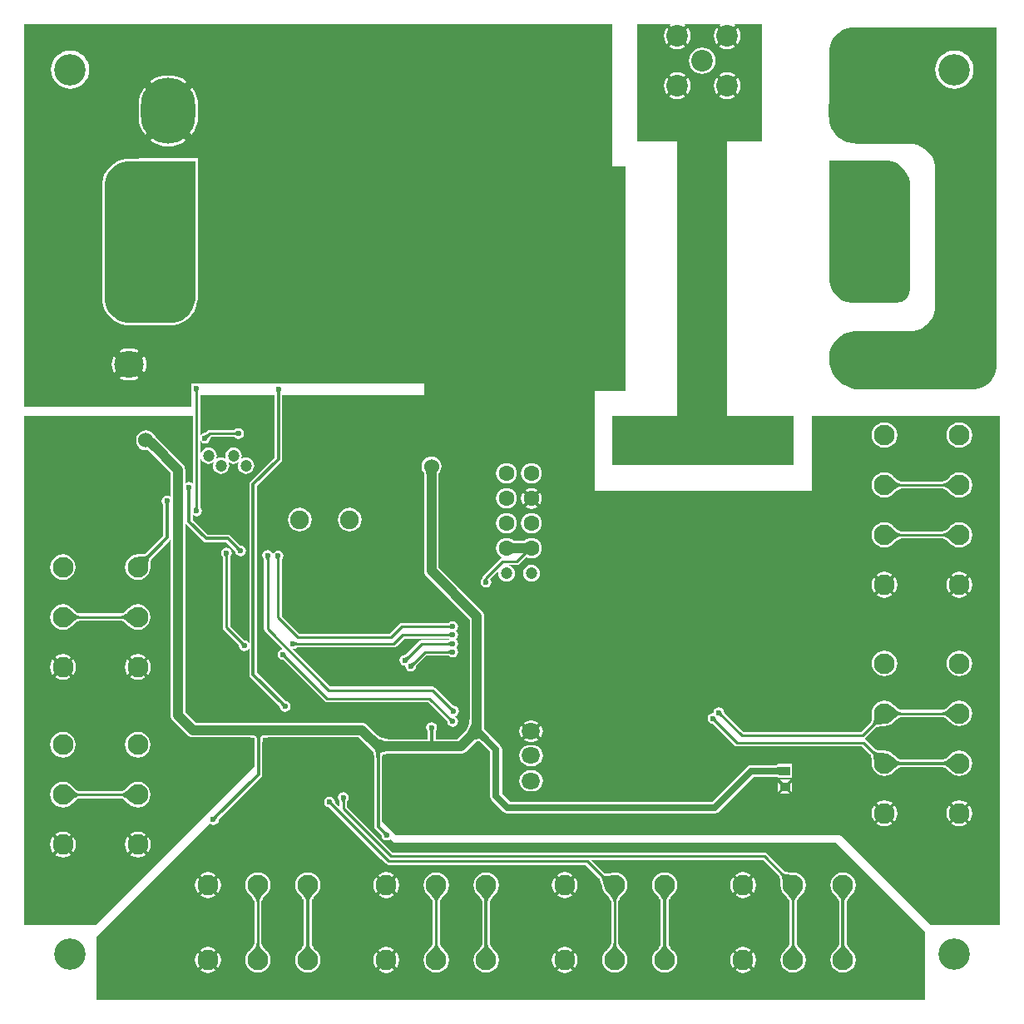
<source format=gbl>
G04*
G04 #@! TF.GenerationSoftware,Altium Limited,Altium Designer,19.0.13 (425)*
G04*
G04 Layer_Physical_Order=2*
G04 Layer_Color=16711680*
%FSTAX24Y24*%
%MOIN*%
G70*
G01*
G75*
%ADD10C,0.0098*%
%ADD15C,0.0118*%
%ADD20C,0.0100*%
%ADD52R,0.0394X0.0374*%
%ADD101C,0.0276*%
%ADD103C,0.0394*%
%ADD105C,0.0827*%
%ADD106C,0.0600*%
%ADD107C,0.0866*%
%ADD108C,0.0472*%
%ADD109C,0.0630*%
%ADD110C,0.0750*%
%ADD111O,0.2172X0.2644*%
%ADD112R,0.2172X0.2644*%
%ADD113O,0.0750X0.0650*%
%ADD114O,0.1181X0.1063*%
%ADD115C,0.1260*%
%ADD116C,0.0236*%
%ADD117C,0.0500*%
G36*
X052899Y037734D02*
X052899Y037636D01*
X052861Y037442D01*
X052785Y03726D01*
X052676Y037097D01*
X052537Y036957D01*
X052373Y036848D01*
X052191Y036773D01*
X051998Y036734D01*
X051899Y036734D01*
X051899Y036734D01*
Y036734D01*
X047432D01*
X04735Y036734D01*
X047187Y036756D01*
X047028Y036798D01*
X046877Y036861D01*
X046734Y036943D01*
X046604Y037043D01*
X046488Y037159D01*
X046388Y037289D01*
X046306Y037432D01*
X046243Y037583D01*
X046201Y037742D01*
X046179Y037905D01*
X046179Y037987D01*
X046179Y038058D01*
X046198Y038199D01*
X046234Y038336D01*
X046289Y038467D01*
X04636Y038591D01*
X046447Y038703D01*
X046547Y038804D01*
X04666Y03889D01*
X046783Y038962D01*
X046914Y039016D01*
X047052Y039053D01*
X047193Y039071D01*
X047264Y039071D01*
X047264Y039071D01*
X049434Y039071D01*
X049531Y039076D01*
X049723Y039114D01*
X049903Y039189D01*
X050065Y039297D01*
X050203Y039435D01*
X050312Y039597D01*
X050386Y039778D01*
X050424Y039969D01*
X050429Y040066D01*
Y045574D01*
X050424Y045672D01*
X050386Y045864D01*
X050311Y046045D01*
X050202Y046208D01*
X050064Y046347D01*
X049901Y046456D01*
X049719Y046531D01*
X049527Y046569D01*
X049429Y046574D01*
X047249D01*
X046179Y047824D01*
Y050244D01*
Y050343D01*
X046218Y050536D01*
X046293Y050718D01*
X046402Y050882D01*
X046542Y051021D01*
X046705Y05113D01*
X046887Y051206D01*
X047081Y051244D01*
X047179Y051244D01*
X047179Y051244D01*
X052899D01*
X052899Y037734D01*
D02*
G37*
G36*
X04348Y04669D02*
X042083D01*
Y03569D01*
X044764D01*
Y033705D01*
X03748D01*
Y03569D01*
X040083D01*
Y04669D01*
X03848D01*
Y051384D01*
X039859D01*
X039831Y051372D01*
X039775Y051329D01*
X0401Y051004D01*
X040425Y051329D01*
X040369Y051372D01*
X040341Y051384D01*
X041859D01*
X041831Y051372D01*
X041775Y051329D01*
X0421Y051004D01*
X042425Y051329D01*
X042369Y051372D01*
X042341Y051384D01*
X04348D01*
Y04669D01*
D02*
G37*
G36*
X048711Y045876D02*
X048893Y0458D01*
X049057Y045691D01*
X049196Y045552D01*
X049305Y045388D01*
X049381Y045206D01*
X049419Y045013D01*
Y044914D01*
Y040794D01*
Y040736D01*
X049396Y040622D01*
X049352Y040515D01*
X049287Y040418D01*
X049205Y040336D01*
X049109Y040271D01*
X049001Y040227D01*
X048887Y040204D01*
X047081D01*
X046887Y040243D01*
X046705Y040318D01*
X046542Y040427D01*
X046402Y040567D01*
X046293Y04073D01*
X046218Y040912D01*
X046179Y041106D01*
Y041204D01*
Y045914D01*
X048518D01*
X048711Y045876D01*
D02*
G37*
G36*
X020905Y036684D02*
X020899Y036676D01*
X020894Y036668D01*
X02089Y03666D01*
X020886Y036651D01*
X020883Y036641D01*
X02088Y036631D01*
X020879Y03662D01*
X020878Y036609D01*
X020877Y036597D01*
X020779D01*
X020779Y036609D01*
X020778Y03662D01*
X020776Y036631D01*
X020774Y036641D01*
X020771Y036651D01*
X020767Y03666D01*
X020763Y036668D01*
X020758Y036676D01*
X020752Y036684D01*
X020746Y03669D01*
X020911D01*
X020905Y036684D01*
D02*
G37*
G36*
X024196Y036645D02*
X024192Y036639D01*
X024188Y036632D01*
X024185Y036625D01*
X024183Y036616D01*
X024181Y036607D01*
X024179Y036597D01*
X024178Y036586D01*
X024177Y036561D01*
X024059D01*
X024058Y036574D01*
X024057Y036597D01*
X024055Y036607D01*
X024053Y036616D01*
X02405Y036625D01*
X024047Y036632D01*
X024044Y036639D01*
X02404Y036645D01*
X024035Y03665D01*
X0242D01*
X024196Y036645D01*
D02*
G37*
G36*
X02243Y034889D02*
X022423Y034895D01*
X022415Y034901D01*
X022407Y034906D01*
X022399Y03491D01*
X02239Y034914D01*
X02238Y034917D01*
X02237Y034919D01*
X022359Y034921D01*
X022348Y034922D01*
X022336Y034922D01*
Y035021D01*
X022348Y035021D01*
X022359Y035022D01*
X02237Y035024D01*
X02238Y035026D01*
X02239Y035029D01*
X022399Y035033D01*
X022407Y035037D01*
X022415Y035042D01*
X022423Y035048D01*
X02243Y035054D01*
Y034889D01*
D02*
G37*
G36*
X02133Y034879D02*
X021322Y03487D01*
X021314Y034862D01*
X021308Y034853D01*
X021302Y034844D01*
X021298Y034835D01*
X021294Y034826D01*
X021291Y034817D01*
X021289Y034808D01*
X021288Y034798D01*
X021287Y034789D01*
X02117Y034906D01*
X02118Y034906D01*
X021189Y034907D01*
X021198Y03491D01*
X021207Y034913D01*
X021216Y034916D01*
X021225Y034921D01*
X021234Y034927D01*
X021243Y034933D01*
X021252Y03494D01*
X02126Y034949D01*
X02133Y034879D01*
D02*
G37*
G36*
X019331Y034553D02*
X019041Y034287D01*
X019016Y034311D01*
X018938Y03438D01*
X018924Y03439D01*
X018911Y034398D01*
X0189Y034403D01*
X018891Y034405D01*
X018884Y034405D01*
X019098Y034766D01*
X019331Y034553D01*
D02*
G37*
G36*
X030454Y033439D02*
X030452Y033431D01*
X03045Y03342D01*
X030448Y033406D01*
X030445Y033343D01*
X030444Y033251D01*
X03005D01*
X03005Y033285D01*
X030041Y033431D01*
X030039Y033439D01*
X030037Y033443D01*
X030457D01*
X030454Y033439D01*
D02*
G37*
G36*
X020682Y032971D02*
X02068Y032973D01*
X02061Y03302D01*
X020527Y033036D01*
X020444Y03302D01*
X020383Y032979D01*
Y033517D01*
X020383Y033517D01*
X020373Y033593D01*
X020344Y033664D01*
X020297Y033725D01*
X020297Y033725D01*
X019222Y034799D01*
X019221Y034801D01*
X019176Y034835D01*
X019151Y034894D01*
X019088Y034976D01*
X019006Y035039D01*
X01891Y035079D01*
X018807Y035093D01*
X018704Y035079D01*
X018608Y035039D01*
X018525Y034976D01*
X018462Y034894D01*
X018422Y034798D01*
X018409Y034695D01*
X018422Y034592D01*
X018462Y034496D01*
X018525Y034413D01*
X018608Y03435D01*
X018704Y03431D01*
X018807Y034297D01*
X018876Y034306D01*
X018879Y034304D01*
X018946Y034245D01*
X019795Y033395D01*
Y032433D01*
X01974Y03247D01*
X019657Y032486D01*
X019574Y03247D01*
X019504Y032423D01*
X019457Y032353D01*
X01944Y03227D01*
X019457Y032187D01*
X0195Y032122D01*
X0195Y03212D01*
X0195Y032116D01*
Y03086D01*
X018824Y030184D01*
X018822Y030182D01*
X018806Y030173D01*
X018786Y030163D01*
X018759Y030153D01*
X018726Y030145D01*
X018688Y030138D01*
X018645Y030132D01*
X01854Y030126D01*
X018496Y030126D01*
X018477Y030128D01*
X018345Y030111D01*
X018221Y030059D01*
X018115Y029978D01*
X018034Y029872D01*
X017982Y029748D01*
X017965Y029616D01*
X017982Y029483D01*
X018034Y02936D01*
X018115Y029254D01*
X018221Y029172D01*
X018345Y029121D01*
X018477Y029104D01*
X01861Y029121D01*
X018733Y029172D01*
X018839Y029254D01*
X018921Y02936D01*
X018972Y029483D01*
X018989Y029616D01*
X018987Y029635D01*
X018987Y029679D01*
X018994Y029784D01*
X018999Y029827D01*
X019006Y029865D01*
X019015Y029897D01*
X019024Y029924D01*
X019034Y029945D01*
X019043Y02996D01*
X019045Y029963D01*
X019768Y030685D01*
X019795Y030726D01*
Y023677D01*
X019805Y023601D01*
X019835Y02353D01*
X019881Y023469D01*
X020471Y022879D01*
X020532Y022833D01*
X020603Y022803D01*
X020679Y022793D01*
X022906D01*
X022935Y022793D01*
X023055Y022784D01*
X023098Y022777D01*
X023132Y022768D01*
X023146Y022763D01*
X02315Y02274D01*
X023161Y022577D01*
Y021637D01*
X016784Y01526D01*
X013936D01*
Y03566D01*
X020682D01*
Y032971D01*
D02*
G37*
G36*
X020605Y03273D02*
X020601Y032724D01*
X020597Y032718D01*
X020594Y03271D01*
X020592Y032702D01*
X02059Y032692D01*
X020588Y032682D01*
X020587Y032671D01*
X020586Y032647D01*
X020468D01*
X020468Y032659D01*
X020466Y032682D01*
X020464Y032692D01*
X020462Y032702D01*
X020459Y03271D01*
X020456Y032718D01*
X020453Y032724D01*
X020449Y03273D01*
X020444Y032735D01*
X02061D01*
X020605Y03273D01*
D02*
G37*
G36*
X019735Y03218D02*
X019731Y032174D01*
X019727Y032168D01*
X019724Y03216D01*
X019722Y032152D01*
X01972Y032142D01*
X019718Y032132D01*
X019717Y032121D01*
X019716Y032097D01*
X019598D01*
X019598Y032109D01*
X019596Y032132D01*
X019594Y032142D01*
X019592Y032152D01*
X019589Y03216D01*
X019586Y032168D01*
X019583Y032174D01*
X019579Y03218D01*
X019574Y032185D01*
X01974D01*
X019735Y03218D01*
D02*
G37*
G36*
X020878Y032031D02*
X020879Y03202D01*
X02088Y032009D01*
X020883Y031999D01*
X020886Y031989D01*
X02089Y03198D01*
X020894Y031971D01*
X020899Y031963D01*
X020905Y031956D01*
X020911Y031949D01*
X020746D01*
X020752Y031956D01*
X020758Y031963D01*
X020763Y031971D01*
X020767Y03198D01*
X020771Y031989D01*
X020774Y031999D01*
X020776Y032009D01*
X020778Y03202D01*
X020779Y032031D01*
X020779Y032043D01*
X020877D01*
X020878Y032031D01*
D02*
G37*
G36*
X022525Y030415D02*
X022543Y0304D01*
X022551Y030394D01*
X022559Y030389D01*
X022567Y030385D01*
X022575Y030382D01*
X022582Y03038D01*
X022589Y030378D01*
X022596Y030378D01*
X022479Y030261D01*
X022478Y030268D01*
X022477Y030275D01*
X022475Y030282D01*
X022472Y030289D01*
X022467Y030297D01*
X022462Y030305D01*
X022456Y030314D01*
X022449Y030322D01*
X022433Y03034D01*
X022516Y030424D01*
X022525Y030415D01*
D02*
G37*
G36*
X022106Y030093D02*
X0221Y030085D01*
X022095Y030077D01*
X022091Y030069D01*
X022087Y03006D01*
X022084Y03005D01*
X022082Y03004D01*
X02208Y030029D01*
X022079Y030018D01*
X022079Y030006D01*
X02198D01*
X02198Y030018D01*
X021979Y030029D01*
X021977Y03004D01*
X021975Y03005D01*
X021972Y03006D01*
X021968Y030069D01*
X021964Y030077D01*
X021959Y030085D01*
X021953Y030093D01*
X021947Y0301D01*
X022112D01*
X022106Y030093D01*
D02*
G37*
G36*
X018984Y030039D02*
X018965Y030017D01*
X018949Y029991D01*
X018935Y029961D01*
X018922Y029926D01*
X018912Y029886D01*
X018904Y029842D01*
X018898Y029793D01*
X018891Y029682D01*
X018891Y02962D01*
X018481Y030029D01*
X018544Y03003D01*
X018654Y030036D01*
X018703Y030043D01*
X018747Y030051D01*
X018787Y030061D01*
X018822Y030073D01*
X018853Y030088D01*
X018879Y030104D01*
X0189Y030122D01*
X018984Y030039D01*
D02*
G37*
G36*
X037497Y04567D02*
X03801D01*
Y03667D01*
X036781D01*
Y03267D01*
X045497D01*
Y03567D01*
X053034D01*
Y01526D01*
X050249D01*
X04664Y018869D01*
X028817D01*
X028269Y019416D01*
Y021893D01*
X028271Y021974D01*
X028281Y022079D01*
X028284Y022103D01*
X028299Y022108D01*
X028333Y022117D01*
X028377Y022124D01*
X02843Y022129D01*
X028547Y022133D01*
X031409D01*
X031485Y022143D01*
X031556Y022173D01*
X031617Y022219D01*
X031913Y022515D01*
X03195Y02255D01*
X031996Y022585D01*
X032038Y022611D01*
X032075Y022628D01*
X032107Y022637D01*
X032134Y022639D01*
X032159Y022636D01*
X032183Y022627D01*
X032209Y022611D01*
X032213Y022608D01*
X032601Y02222D01*
Y020435D01*
X032619Y020344D01*
X032671Y020267D01*
X033121Y019817D01*
X033198Y019766D01*
X033288Y019748D01*
X041608D01*
X041699Y019766D01*
X041776Y019817D01*
X043171Y021212D01*
X044045D01*
X044105Y021208D01*
X044119Y021206D01*
Y021168D01*
X044204D01*
X044205Y021168D01*
X044207Y021168D01*
X044211D01*
X044215Y021167D01*
X044218Y021168D01*
X044702D01*
Y021731D01*
X044218D01*
X044215Y021731D01*
X044211Y021731D01*
X044207D01*
X044205Y021731D01*
X044204Y021731D01*
X044119D01*
Y021694D01*
X044017Y021686D01*
X043073D01*
X042982Y021668D01*
X042905Y021617D01*
X04151Y020222D01*
X033386D01*
X033075Y020533D01*
Y022318D01*
X033057Y022409D01*
X033006Y022485D01*
X032363Y023128D01*
Y027637D01*
X032363Y027637D01*
X032353Y027713D01*
X032324Y027784D01*
X032277Y027845D01*
X030541Y029581D01*
Y033302D01*
X030541Y03334D01*
X030544Y033397D01*
X030591Y033458D01*
X030631Y033554D01*
X030645Y033657D01*
X030631Y03376D01*
X030591Y033856D01*
X030528Y033938D01*
X030446Y034002D01*
X03035Y034041D01*
X030247Y034055D01*
X030144Y034041D01*
X030048Y034002D01*
X029965Y033938D01*
X029902Y033856D01*
X029862Y03376D01*
X029849Y033657D01*
X029862Y033554D01*
X029902Y033458D01*
X029947Y0334D01*
X029953Y033292D01*
Y02946D01*
X029963Y029383D01*
X029992Y029313D01*
X030039Y029252D01*
X031775Y027515D01*
Y023546D01*
X031773Y023492D01*
X031766Y023424D01*
X031753Y023358D01*
X031736Y023295D01*
X031714Y023234D01*
X031686Y023176D01*
X031654Y023119D01*
X031617Y023063D01*
X031574Y02301D01*
X031537Y022971D01*
X031287Y022721D01*
X030413D01*
Y023027D01*
X030413Y023029D01*
X030414Y023032D01*
X030457Y023096D01*
X030473Y023179D01*
X030457Y023262D01*
X03041Y023332D01*
X03034Y023379D01*
X030257Y023396D01*
X030174Y023379D01*
X030103Y023332D01*
X030056Y023262D01*
X03004Y023179D01*
X030056Y023096D01*
X030099Y023032D01*
X0301Y02303D01*
X0301Y023026D01*
Y022721D01*
X028571D01*
X028518Y022723D01*
X02845Y02273D01*
X028384Y022743D01*
X028321Y02276D01*
X02826Y022783D01*
X028201Y02281D01*
X028144Y022842D01*
X028089Y02288D01*
X028036Y022922D01*
X027997Y022959D01*
X027661Y023295D01*
X0276Y023342D01*
X027529Y023371D01*
X027453Y023381D01*
X020801D01*
X020383Y023799D01*
Y031389D01*
X020416Y031339D01*
X021106Y030649D01*
X02114Y030626D01*
X021157Y030615D01*
X021217Y030603D01*
X022032D01*
X022379Y030256D01*
X02238Y030255D01*
X022381Y030253D01*
X022397Y030177D01*
X022444Y030106D01*
X022514Y030059D01*
X022597Y030043D01*
X02268Y030059D01*
X02275Y030106D01*
X022797Y030177D01*
X022814Y03026D01*
X022797Y030343D01*
X02275Y030413D01*
X02268Y03046D01*
X022604Y030475D01*
X022602Y030476D01*
X022599Y030479D01*
X022208Y03087D01*
X022157Y030904D01*
X022097Y030916D01*
X021282D01*
X020683Y031515D01*
Y031706D01*
X020745Y031665D01*
X020828Y031648D01*
X020911Y031665D01*
X020982Y031712D01*
X021029Y031782D01*
X021045Y031865D01*
X021029Y031948D01*
X020982Y032018D01*
X020977Y032021D01*
X020977Y032021D01*
X020976Y032024D01*
X020975Y032027D01*
X020975Y03203D01*
Y034696D01*
X021016Y034635D01*
X021086Y034588D01*
X021169Y034571D01*
X021252Y034588D01*
X021322Y034635D01*
X021369Y034705D01*
X021386Y034788D01*
X021385Y034794D01*
X021385Y034794D01*
X021386Y034796D01*
X021388Y034799D01*
X021389Y034801D01*
X021413Y034825D01*
X022349D01*
X022352Y034825D01*
X022355Y034824D01*
X022357Y034823D01*
X022357Y034823D01*
X022361Y034818D01*
X022431Y034771D01*
X022514Y034755D01*
X022597Y034771D01*
X022667Y034818D01*
X022714Y034889D01*
X022731Y034971D01*
X022714Y035054D01*
X022667Y035125D01*
X022597Y035172D01*
X022514Y035188D01*
X022431Y035172D01*
X022361Y035125D01*
X022357Y03512D01*
X022357Y03512D01*
X022355Y035119D01*
X022352Y035118D01*
X022349Y035118D01*
X021353D01*
X021297Y035107D01*
X021249Y035075D01*
X021182Y035008D01*
X02118Y035006D01*
X021177Y035005D01*
X021175Y035003D01*
X021175Y035003D01*
X021169Y035005D01*
X021086Y034988D01*
X021016Y034941D01*
X020975Y03488D01*
Y036518D01*
X023961D01*
Y033999D01*
X022998Y033036D01*
X022964Y032985D01*
X022952Y032925D01*
Y02656D01*
X02291Y026623D01*
X02284Y02667D01*
X022757Y026686D01*
X022751Y026685D01*
X022751Y026685D01*
X022749Y026686D01*
X022746Y026688D01*
X022744Y02669D01*
X022176Y027258D01*
Y030019D01*
X022176Y030022D01*
X022177Y030025D01*
X022178Y030027D01*
X022178Y030028D01*
X022183Y030031D01*
X02223Y030101D01*
X022246Y030184D01*
X02223Y030267D01*
X022183Y030337D01*
X022112Y030384D01*
X022029Y030401D01*
X021946Y030384D01*
X021876Y030337D01*
X021829Y030267D01*
X021813Y030184D01*
X021829Y030101D01*
X021876Y030031D01*
X021881Y030028D01*
X021881Y030027D01*
X021882Y030025D01*
X021882Y030022D01*
X021883Y030019D01*
Y027197D01*
X021894Y027141D01*
X021926Y027093D01*
X022537Y026482D01*
X022538Y02648D01*
X02254Y026478D01*
X022541Y026475D01*
X022541Y026475D01*
X02254Y02647D01*
X022556Y026387D01*
X022603Y026316D01*
X022674Y026269D01*
X022757Y026253D01*
X02284Y026269D01*
X02291Y026316D01*
X022952Y026379D01*
Y025315D01*
X022964Y025255D01*
X022998Y025204D01*
X024162Y024039D01*
X024163Y024038D01*
X024164Y024038D01*
X02418Y023957D01*
X024227Y023887D01*
X024297Y02384D01*
X02438Y023823D01*
X024463Y02384D01*
X024533Y023887D01*
X02458Y023957D01*
X024597Y02404D01*
X02458Y024123D01*
X024533Y024193D01*
X024463Y02424D01*
X024391Y024255D01*
X024391Y024255D01*
X024388Y024257D01*
X024385Y024259D01*
X023265Y02538D01*
Y03286D01*
X024228Y033824D01*
X024262Y033874D01*
X024274Y033934D01*
Y036518D01*
X029953D01*
Y03699D01*
X020836D01*
X020828Y036992D01*
X02082Y03699D01*
X020612D01*
Y03604D01*
X013936D01*
Y051384D01*
X037497D01*
Y04567D01*
D02*
G37*
G36*
X022674Y026622D02*
X022683Y026615D01*
X022692Y026608D01*
X022701Y026603D01*
X02271Y026598D01*
X022719Y026594D01*
X022728Y026591D01*
X022737Y026589D01*
X022746Y026588D01*
X022756Y026588D01*
X022639Y026471D01*
X022638Y02648D01*
X022637Y026489D01*
X022635Y026498D01*
X022632Y026508D01*
X022628Y026517D01*
X022623Y026526D01*
X022618Y026535D01*
X022611Y026543D01*
X022604Y026552D01*
X022596Y026561D01*
X022665Y02663D01*
X022674Y026622D01*
D02*
G37*
G36*
X024311Y024196D02*
X024328Y024181D01*
X024337Y024175D01*
X024345Y02417D01*
X024353Y024166D01*
X02436Y024162D01*
X024367Y02416D01*
X024374Y024159D01*
X024381Y024158D01*
X024262Y024043D01*
X024262Y02405D01*
X02426Y024057D01*
X024258Y024065D01*
X024255Y024072D01*
X024251Y02408D01*
X024246Y024088D01*
X02424Y024096D01*
X024233Y024105D01*
X024216Y024123D01*
X024302Y024205D01*
X024311Y024196D01*
D02*
G37*
G36*
X030335Y02309D02*
X030331Y023084D01*
X030327Y023077D01*
X030324Y023069D01*
X030322Y023061D01*
X03032Y023052D01*
X030318Y023042D01*
X030317Y023031D01*
X030316Y023006D01*
X030198D01*
X030197Y023019D01*
X030196Y023042D01*
X030194Y023052D01*
X030192Y023061D01*
X030189Y023069D01*
X030186Y023077D01*
X030183Y023084D01*
X030178Y02309D01*
X030174Y023095D01*
X030339D01*
X030335Y02309D01*
D02*
G37*
G36*
X032069Y023087D02*
X032139Y02296D01*
X032266Y023087D01*
X032269Y023084D01*
X032311Y023041D01*
X032544Y022807D01*
X032349Y022612D01*
X032303Y022658D01*
X032266Y02269D01*
X032224Y022715D01*
X032181Y02273D01*
X032137Y022736D01*
X03209Y022732D01*
X032042Y022719D01*
X031992Y022697D01*
X031941Y022664D01*
X031887Y022623D01*
X031833Y022572D01*
X031594Y02289D01*
X031647Y022947D01*
X031694Y023006D01*
X031736Y023068D01*
X031772Y023131D01*
X031803Y023197D01*
X031828Y023266D01*
X031847Y023336D01*
X031861Y023409D01*
X031869Y023485D01*
X031872Y023562D01*
X032069Y023087D01*
D02*
G37*
G36*
X030316Y022589D02*
X030318Y022567D01*
X03032Y022556D01*
X030322Y022547D01*
X030324Y022539D01*
X030327Y022531D01*
X030331Y022524D01*
X030335Y022518D01*
X030339Y022513D01*
X030174D01*
X030178Y022518D01*
X030183Y022524D01*
X030186Y022531D01*
X030189Y022539D01*
X030192Y022547D01*
X030194Y022556D01*
X030196Y022567D01*
X030197Y022578D01*
X030198Y022602D01*
X030316D01*
X030316Y022589D01*
D02*
G37*
G36*
X023771Y02289D02*
X023629Y022886D01*
X02357Y02288D01*
X023519Y022871D01*
X023475Y022861D01*
X02344Y022848D01*
X023412Y022832D01*
X023403Y022824D01*
X023397Y022797D01*
X02339Y02275D01*
X02338Y022639D01*
X023377Y022506D01*
X023259D01*
X023258Y022575D01*
X023246Y02275D01*
X023239Y022797D01*
X023233Y022824D01*
X023223Y022832D01*
X023196Y022848D01*
X02316Y022861D01*
X023117Y022871D01*
X023066Y02288D01*
X02294Y022889D01*
X022865Y02289D01*
X023318Y023284D01*
X023771Y02289D01*
D02*
G37*
G36*
X027973Y022849D02*
X028032Y022802D01*
X028093Y02276D01*
X028157Y022724D01*
X028223Y022694D01*
X028292Y022668D01*
X028362Y022649D01*
X028435Y022635D01*
X028511Y022627D01*
X028588Y022624D01*
X028566Y02223D01*
X028424Y022226D01*
X028365Y02222D01*
X028314Y022211D01*
X02827Y022201D01*
X028235Y022188D01*
X028207Y022172D01*
X028198Y022164D01*
X028192Y022137D01*
X028185Y02209D01*
X028175Y021979D01*
X028172Y021846D01*
X028054D01*
X028053Y021915D01*
X028041Y02209D01*
X028034Y022137D01*
X028025Y022179D01*
X028015Y022214D01*
X028003Y022245D01*
X027989Y022269D01*
X027974Y022288D01*
X028139D01*
X028113Y022427D01*
X027916Y022902D01*
X027973Y022849D01*
D02*
G37*
G36*
X044215Y021263D02*
X044212Y021273D01*
X044204Y021281D01*
X04419Y021288D01*
X04417Y021294D01*
X044146Y021299D01*
X044115Y021304D01*
X044038Y021309D01*
X043939Y021311D01*
Y021587D01*
X043991Y021587D01*
X044146Y021599D01*
X04417Y021604D01*
X04419Y021611D01*
X044204Y021618D01*
X044212Y021626D01*
X044215Y021635D01*
Y021263D01*
D02*
G37*
G36*
X021672Y019575D02*
X021664Y019566D01*
X021649Y019549D01*
X021643Y01954D01*
X021638Y019532D01*
X021634Y019525D01*
X02163Y019517D01*
X021628Y01951D01*
X021627Y019503D01*
X021626Y019496D01*
X021509Y019613D01*
X021516Y019613D01*
X021523Y019615D01*
X02153Y019617D01*
X021538Y01962D01*
X021546Y019624D01*
X021554Y019629D01*
X021562Y019635D01*
X021571Y019642D01*
X021589Y019659D01*
X021672Y019575D01*
D02*
G37*
G36*
X027905Y022219D02*
X027905Y022219D01*
X027909Y022215D01*
X027915Y022203D01*
X027923Y022183D01*
X027931Y022155D01*
X027939Y02212D01*
X027945Y02208D01*
X027956Y021917D01*
Y019224D01*
X027968Y019164D01*
X028002Y019113D01*
X028243Y018872D01*
X028244Y018871D01*
X028246Y018869D01*
X028261Y018793D01*
X028308Y018722D01*
X028378Y018675D01*
X028461Y018659D01*
X028544Y018675D01*
X028614Y018722D01*
X028751Y018586D01*
X046474D01*
X05004Y01502D01*
Y012286D01*
X01683D01*
Y014817D01*
X021355Y019342D01*
X021425Y019295D01*
X021508Y019278D01*
X021591Y019295D01*
X021662Y019342D01*
X021709Y019412D01*
X021724Y019488D01*
X021725Y019489D01*
X021727Y019492D01*
X023428Y021194D01*
X023462Y021244D01*
X023474Y021304D01*
Y022553D01*
X023476Y022634D01*
X023485Y022739D01*
X023489Y022763D01*
X023503Y022768D01*
X023538Y022777D01*
X023582Y022784D01*
X023635Y022789D01*
X023752Y022793D01*
X027331D01*
X027905Y022219D01*
D02*
G37*
G36*
X02839Y019031D02*
X028407Y019016D01*
X028415Y01901D01*
X028424Y019005D01*
X028431Y019001D01*
X028439Y018998D01*
X028446Y018996D01*
X028453Y018994D01*
X02846Y018994D01*
X028343Y018877D01*
X028343Y018884D01*
X028341Y018891D01*
X028339Y018898D01*
X028336Y018906D01*
X028332Y018913D01*
X028327Y018921D01*
X028321Y01893D01*
X028314Y018938D01*
X028297Y018956D01*
X02838Y01904D01*
X02839Y019031D01*
D02*
G37*
%LPC*%
G36*
X051202Y050319D02*
X051052Y050304D01*
X050908Y050261D01*
X050775Y05019D01*
X050659Y050094D01*
X050563Y049978D01*
X050493Y049845D01*
X050449Y049701D01*
X050434Y049552D01*
X050449Y049402D01*
X050493Y049258D01*
X050563Y049125D01*
X050659Y049009D01*
X050775Y048913D01*
X050908Y048843D01*
X051052Y048799D01*
X051202Y048784D01*
X051351Y048799D01*
X051495Y048843D01*
X051628Y048913D01*
X051744Y049009D01*
X05184Y049125D01*
X051911Y049258D01*
X051954Y049402D01*
X051969Y049552D01*
X051954Y049701D01*
X051911Y049845D01*
X05184Y049978D01*
X051744Y050094D01*
X051628Y05019D01*
X051495Y050261D01*
X051351Y050304D01*
X051202Y050319D01*
D02*
G37*
G36*
X039677Y051232D02*
X039634Y051175D01*
X03958Y051046D01*
X039562Y050907D01*
X03958Y050767D01*
X039634Y050638D01*
X039677Y050581D01*
X040002Y050907D01*
X039677Y051232D01*
D02*
G37*
G36*
X041677D02*
X041634Y051175D01*
X04158Y051046D01*
X041562Y050907D01*
X04158Y050767D01*
X041634Y050638D01*
X041677Y050581D01*
X042002Y050907D01*
X041677Y051232D01*
D02*
G37*
G36*
X042522Y051232D02*
X042197Y050907D01*
X042522Y050581D01*
X042565Y050638D01*
X042619Y050767D01*
X042637Y050907D01*
X042619Y051046D01*
X042565Y051175D01*
X042522Y051232D01*
D02*
G37*
G36*
X040522D02*
X040197Y050907D01*
X040522Y050581D01*
X040565Y050638D01*
X040619Y050767D01*
X040637Y050907D01*
X040619Y051046D01*
X040565Y051175D01*
X040522Y051232D01*
D02*
G37*
G36*
X0421Y050809D02*
X041775Y050484D01*
X041831Y050441D01*
X041961Y050387D01*
X0421Y050369D01*
X042239Y050387D01*
X042369Y050441D01*
X042425Y050484D01*
X0421Y050809D01*
D02*
G37*
G36*
X0401D02*
X039775Y050484D01*
X039831Y050441D01*
X039961Y050387D01*
X0401Y050369D01*
X040239Y050387D01*
X040369Y050441D01*
X040425Y050484D01*
X0401Y050809D01*
D02*
G37*
G36*
X0411Y050439D02*
X040962Y05042D01*
X040834Y050367D01*
X040724Y050283D01*
X040639Y050173D01*
X040586Y050044D01*
X040568Y049907D01*
X040586Y049769D01*
X040639Y04964D01*
X040724Y04953D01*
X040834Y049446D01*
X040962Y049393D01*
X0411Y049374D01*
X041237Y049393D01*
X041366Y049446D01*
X041476Y04953D01*
X041561Y04964D01*
X041614Y049769D01*
X041632Y049907D01*
X041614Y050044D01*
X041561Y050173D01*
X041476Y050283D01*
X041366Y050367D01*
X041237Y05042D01*
X0411Y050439D01*
D02*
G37*
G36*
X0421Y049444D02*
X041961Y049426D01*
X041831Y049372D01*
X041775Y049329D01*
X0421Y049004D01*
X042425Y049329D01*
X042369Y049372D01*
X042239Y049426D01*
X0421Y049444D01*
D02*
G37*
G36*
X0401D02*
X039961Y049426D01*
X039831Y049372D01*
X039775Y049329D01*
X0401Y049004D01*
X040425Y049329D01*
X040369Y049372D01*
X040239Y049426D01*
X0401Y049444D01*
D02*
G37*
G36*
X039677Y049232D02*
X039634Y049175D01*
X03958Y049046D01*
X039562Y048907D01*
X03958Y048767D01*
X039634Y048638D01*
X039677Y048581D01*
X040002Y048907D01*
X039677Y049232D01*
D02*
G37*
G36*
X041677D02*
X041634Y049175D01*
X04158Y049046D01*
X041562Y048907D01*
X04158Y048767D01*
X041634Y048638D01*
X041677Y048581D01*
X042002Y048907D01*
X041677Y049232D01*
D02*
G37*
G36*
X042522Y049232D02*
X042197Y048907D01*
X042522Y048581D01*
X042565Y048638D01*
X042619Y048767D01*
X042637Y048907D01*
X042619Y049046D01*
X042565Y049175D01*
X042522Y049232D01*
D02*
G37*
G36*
X040522D02*
X040197Y048907D01*
X040522Y048581D01*
X040565Y048638D01*
X040619Y048767D01*
X040637Y048907D01*
X040619Y049046D01*
X040565Y049175D01*
X040522Y049232D01*
D02*
G37*
G36*
X0421Y048809D02*
X041775Y048484D01*
X041831Y048441D01*
X041961Y048387D01*
X0421Y048369D01*
X042239Y048387D01*
X042369Y048441D01*
X042425Y048484D01*
X0421Y048809D01*
D02*
G37*
G36*
X0401D02*
X039775Y048484D01*
X039831Y048441D01*
X039961Y048387D01*
X0401Y048369D01*
X040239Y048387D01*
X040369Y048441D01*
X040425Y048484D01*
X0401Y048809D01*
D02*
G37*
G36*
X015477Y030128D02*
X015345Y030111D01*
X015221Y030059D01*
X015115Y029978D01*
X015034Y029872D01*
X014982Y029748D01*
X014965Y029616D01*
X014982Y029483D01*
X015034Y02936D01*
X015115Y029254D01*
X015221Y029172D01*
X015345Y029121D01*
X015477Y029104D01*
X01561Y029121D01*
X015733Y029172D01*
X015839Y029254D01*
X015921Y02936D01*
X015972Y029483D01*
X015989Y029616D01*
X015972Y029748D01*
X015921Y029872D01*
X015839Y029978D01*
X015733Y030059D01*
X01561Y030111D01*
X015477Y030128D01*
D02*
G37*
G36*
X018477Y028128D02*
X018345Y028111D01*
X018221Y028059D01*
X018115Y027978D01*
X018103Y027963D01*
X01807Y02793D01*
X017989Y027857D01*
X017954Y027829D01*
X017921Y027806D01*
X017892Y027788D01*
X017866Y027776D01*
X017845Y027767D01*
X01783Y027764D01*
X017825Y027763D01*
X016129D01*
X016125Y027764D01*
X016109Y027767D01*
X016088Y027776D01*
X016063Y027788D01*
X016033Y027806D01*
X016002Y027828D01*
X015884Y02793D01*
X015851Y027963D01*
X015839Y027978D01*
X015733Y028059D01*
X01561Y028111D01*
X015477Y028128D01*
X015345Y028111D01*
X015221Y028059D01*
X015115Y027978D01*
X015034Y027872D01*
X014982Y027748D01*
X014965Y027616D01*
X014982Y027483D01*
X015034Y02736D01*
X015115Y027254D01*
X015221Y027172D01*
X015345Y027121D01*
X015477Y027104D01*
X01561Y027121D01*
X015733Y027172D01*
X015839Y027254D01*
X015851Y027269D01*
X015884Y027302D01*
X015966Y027375D01*
X016001Y027402D01*
X016033Y027425D01*
X016063Y027443D01*
X016088Y027456D01*
X016109Y027464D01*
X016125Y027468D01*
X016129Y027469D01*
X017825D01*
X01783Y027468D01*
X017845Y027464D01*
X017866Y027456D01*
X017892Y027443D01*
X017921Y027425D01*
X017952Y027404D01*
X018071Y027301D01*
X018103Y027269D01*
X018115Y027254D01*
X018221Y027172D01*
X018345Y027121D01*
X018477Y027104D01*
X01861Y027121D01*
X018733Y027172D01*
X018839Y027254D01*
X018921Y02736D01*
X018972Y027483D01*
X018989Y027616D01*
X018972Y027748D01*
X018921Y027872D01*
X018839Y027978D01*
X018733Y028059D01*
X01861Y028111D01*
X018477Y028128D01*
D02*
G37*
G36*
Y026134D02*
X018343Y026116D01*
X018218Y026064D01*
X018166Y026024D01*
X018477Y025713D01*
X018788Y026024D01*
X018736Y026064D01*
X018611Y026116D01*
X018477Y026134D01*
D02*
G37*
G36*
X015477D02*
X015343Y026116D01*
X015218Y026064D01*
X015166Y026024D01*
X015477Y025713D01*
X015788Y026024D01*
X015736Y026064D01*
X015611Y026116D01*
X015477Y026134D01*
D02*
G37*
G36*
X018069Y025927D02*
X018029Y025875D01*
X017977Y02575D01*
X017959Y025616D01*
X017977Y025482D01*
X018029Y025357D01*
X018069Y025305D01*
X01838Y025616D01*
X018069Y025927D01*
D02*
G37*
G36*
X015069D02*
X015029Y025875D01*
X014977Y02575D01*
X014959Y025616D01*
X014977Y025482D01*
X015029Y025357D01*
X015069Y025305D01*
X01538Y025616D01*
X015069Y025927D01*
D02*
G37*
G36*
X018886Y025927D02*
X018575Y025616D01*
X018886Y025305D01*
X018926Y025357D01*
X018977Y025482D01*
X018995Y025616D01*
X018977Y02575D01*
X018926Y025875D01*
X018886Y025927D01*
D02*
G37*
G36*
X015886D02*
X015575Y025616D01*
X015886Y025305D01*
X015926Y025357D01*
X015977Y025482D01*
X015995Y025616D01*
X015977Y02575D01*
X015926Y025875D01*
X015886Y025927D01*
D02*
G37*
G36*
X018477Y025518D02*
X018166Y025207D01*
X018218Y025167D01*
X018343Y025116D01*
X018477Y025098D01*
X018611Y025116D01*
X018736Y025167D01*
X018788Y025207D01*
X018477Y025518D01*
D02*
G37*
G36*
X015477D02*
X015166Y025207D01*
X015218Y025167D01*
X015343Y025116D01*
X015477Y025098D01*
X015611Y025116D01*
X015736Y025167D01*
X015788Y025207D01*
X015477Y025518D01*
D02*
G37*
G36*
X018477Y02301D02*
X018345Y022993D01*
X018221Y022941D01*
X018115Y02286D01*
X018034Y022754D01*
X017982Y02263D01*
X017965Y022498D01*
X017982Y022365D01*
X018034Y022242D01*
X018115Y022136D01*
X018221Y022054D01*
X018345Y022003D01*
X018477Y021985D01*
X01861Y022003D01*
X018733Y022054D01*
X018839Y022136D01*
X018921Y022242D01*
X018972Y022365D01*
X018989Y022498D01*
X018972Y02263D01*
X018921Y022754D01*
X018839Y02286D01*
X018733Y022941D01*
X01861Y022993D01*
X018477Y02301D01*
D02*
G37*
G36*
X015477D02*
X015345Y022993D01*
X015221Y022941D01*
X015115Y02286D01*
X015034Y022754D01*
X014982Y02263D01*
X014965Y022498D01*
X014982Y022365D01*
X015034Y022242D01*
X015115Y022136D01*
X015221Y022054D01*
X015345Y022003D01*
X015477Y021985D01*
X01561Y022003D01*
X015733Y022054D01*
X015839Y022136D01*
X015921Y022242D01*
X015972Y022365D01*
X015989Y022498D01*
X015972Y02263D01*
X015921Y022754D01*
X015839Y02286D01*
X015733Y022941D01*
X01561Y022993D01*
X015477Y02301D01*
D02*
G37*
G36*
X018477Y02101D02*
X018345Y020993D01*
X018221Y020941D01*
X018115Y02086D01*
X018103Y020845D01*
X01807Y020812D01*
X017989Y020739D01*
X017954Y020711D01*
X017921Y020688D01*
X017892Y02067D01*
X017866Y020657D01*
X017845Y020649D01*
X01783Y020645D01*
X017825Y020645D01*
X016129D01*
X016125Y020645D01*
X016109Y020649D01*
X016088Y020657D01*
X016063Y02067D01*
X016033Y020688D01*
X016002Y02071D01*
X015884Y020812D01*
X015851Y020845D01*
X015839Y02086D01*
X015733Y020941D01*
X01561Y020993D01*
X015477Y02101D01*
X015345Y020993D01*
X015221Y020941D01*
X015115Y02086D01*
X015034Y020754D01*
X014982Y02063D01*
X014965Y020498D01*
X014982Y020365D01*
X015034Y020242D01*
X015115Y020136D01*
X015221Y020054D01*
X015345Y020003D01*
X015477Y019985D01*
X01561Y020003D01*
X015733Y020054D01*
X015839Y020136D01*
X015851Y020151D01*
X015884Y020184D01*
X015966Y020257D01*
X016001Y020284D01*
X016033Y020307D01*
X016063Y020325D01*
X016088Y020338D01*
X016109Y020346D01*
X016125Y02035D01*
X016129Y02035D01*
X017825D01*
X01783Y02035D01*
X017845Y020346D01*
X017866Y020338D01*
X017892Y020325D01*
X017921Y020307D01*
X017952Y020286D01*
X018071Y020183D01*
X018103Y020151D01*
X018115Y020136D01*
X018221Y020054D01*
X018345Y020003D01*
X018477Y019985D01*
X01861Y020003D01*
X018733Y020054D01*
X018839Y020136D01*
X018921Y020242D01*
X018972Y020365D01*
X018989Y020498D01*
X018972Y02063D01*
X018921Y020754D01*
X018839Y02086D01*
X018733Y020941D01*
X01861Y020993D01*
X018477Y02101D01*
D02*
G37*
G36*
Y019016D02*
X018343Y018998D01*
X018218Y018946D01*
X018166Y018906D01*
X018477Y018595D01*
X018788Y018906D01*
X018736Y018946D01*
X018611Y018998D01*
X018477Y019016D01*
D02*
G37*
G36*
X015477D02*
X015343Y018998D01*
X015218Y018946D01*
X015166Y018906D01*
X015477Y018595D01*
X015788Y018906D01*
X015736Y018946D01*
X015611Y018998D01*
X015477Y019016D01*
D02*
G37*
G36*
X018069Y018809D02*
X018029Y018757D01*
X017977Y018632D01*
X017959Y018498D01*
X017977Y018364D01*
X018029Y018239D01*
X018069Y018187D01*
X01838Y018498D01*
X018069Y018809D01*
D02*
G37*
G36*
X015069D02*
X015029Y018757D01*
X014977Y018632D01*
X014959Y018498D01*
X014977Y018364D01*
X015029Y018239D01*
X015069Y018187D01*
X01538Y018498D01*
X015069Y018809D01*
D02*
G37*
G36*
X018886Y018809D02*
X018575Y018498D01*
X018886Y018187D01*
X018926Y018239D01*
X018977Y018364D01*
X018995Y018498D01*
X018977Y018632D01*
X018926Y018757D01*
X018886Y018809D01*
D02*
G37*
G36*
X015886D02*
X015575Y018498D01*
X015886Y018187D01*
X015926Y018239D01*
X015977Y018364D01*
X015995Y018498D01*
X015977Y018632D01*
X015926Y018757D01*
X015886Y018809D01*
D02*
G37*
G36*
X018477Y0184D02*
X018166Y018089D01*
X018218Y018049D01*
X018343Y017998D01*
X018477Y01798D01*
X018611Y017998D01*
X018736Y018049D01*
X018788Y018089D01*
X018477Y0184D01*
D02*
G37*
G36*
X015477D02*
X015166Y018089D01*
X015218Y018049D01*
X015343Y017998D01*
X015477Y01798D01*
X015611Y017998D01*
X015736Y018049D01*
X015788Y018089D01*
X015477Y0184D01*
D02*
G37*
%LPD*%
G36*
X018182Y027326D02*
X018136Y027372D01*
X018011Y02748D01*
X017974Y027506D01*
X017939Y027528D01*
X017905Y027544D01*
X017874Y027556D01*
X017846Y027563D01*
X017819Y027566D01*
Y027666D01*
X017846Y027668D01*
X017874Y027675D01*
X017905Y027687D01*
X017939Y027704D01*
X017974Y027726D01*
X018011Y027752D01*
X018051Y027783D01*
X018136Y02786D01*
X018182Y027905D01*
Y027326D01*
D02*
G37*
G36*
X015818Y02786D02*
X015943Y027752D01*
X01598Y027726D01*
X016016Y027704D01*
X016049Y027687D01*
X01608Y027675D01*
X016109Y027668D01*
X016136Y027666D01*
Y027566D01*
X016109Y027563D01*
X01608Y027556D01*
X016049Y027544D01*
X016016Y027528D01*
X01598Y027506D01*
X015943Y02748D01*
X015904Y027449D01*
X015818Y027372D01*
X015772Y027326D01*
Y027905D01*
X015818Y02786D01*
D02*
G37*
G36*
X018182Y020208D02*
X018136Y020254D01*
X018011Y020362D01*
X017974Y020388D01*
X017939Y020409D01*
X017905Y020426D01*
X017874Y020438D01*
X017846Y020445D01*
X017819Y020448D01*
Y020548D01*
X017846Y02055D01*
X017874Y020557D01*
X017905Y020569D01*
X017939Y020586D01*
X017974Y020608D01*
X018011Y020634D01*
X018051Y020665D01*
X018136Y020742D01*
X018182Y020787D01*
Y020208D01*
D02*
G37*
G36*
X015818Y020742D02*
X015943Y020634D01*
X01598Y020608D01*
X016016Y020586D01*
X016049Y020569D01*
X01608Y020557D01*
X016109Y02055D01*
X016136Y020548D01*
Y020448D01*
X016109Y020445D01*
X01608Y020438D01*
X016049Y020426D01*
X016016Y020409D01*
X01598Y020388D01*
X015943Y020362D01*
X015904Y02033D01*
X015818Y020254D01*
X015772Y020208D01*
Y020787D01*
X015818Y020742D01*
D02*
G37*
%LPC*%
G36*
X015769Y050319D02*
X015619Y050304D01*
X015475Y050261D01*
X015342Y05019D01*
X015226Y050094D01*
X01513Y049978D01*
X015059Y049845D01*
X015016Y049701D01*
X015001Y049552D01*
X015016Y049402D01*
X015059Y049258D01*
X01513Y049125D01*
X015226Y049009D01*
X015342Y048913D01*
X015475Y048843D01*
X015619Y048799D01*
X015769Y048784D01*
X015918Y048799D01*
X016062Y048843D01*
X016195Y048913D01*
X016311Y049009D01*
X016407Y049125D01*
X016478Y049258D01*
X016521Y049402D01*
X016536Y049552D01*
X016521Y049701D01*
X016478Y049845D01*
X016407Y049978D01*
X016311Y050094D01*
X016195Y05019D01*
X016062Y050261D01*
X015918Y050304D01*
X015769Y050319D01*
D02*
G37*
G36*
X019706Y049324D02*
X019519Y049309D01*
X019338Y049266D01*
X019165Y049194D01*
X019006Y049097D01*
X018985Y049078D01*
X019706Y048357D01*
X020426Y049078D01*
X020405Y049097D01*
X020246Y049194D01*
X020073Y049266D01*
X019892Y049309D01*
X019706Y049324D01*
D02*
G37*
G36*
X018762Y048855D02*
X018743Y048833D01*
X018646Y048674D01*
X018574Y048502D01*
X018531Y04832D01*
X018516Y048134D01*
Y047662D01*
X018531Y047476D01*
X018574Y047294D01*
X018646Y047122D01*
X018743Y046963D01*
X018762Y046941D01*
X019594Y047773D01*
X019706Y047662D01*
X019817Y047773D01*
X020649Y046941D01*
X020668Y046963D01*
X020765Y047122D01*
X020837Y047294D01*
X02088Y047476D01*
X020895Y047662D01*
Y048134D01*
X02088Y04832D01*
X020837Y048502D01*
X020765Y048674D01*
X020668Y048833D01*
X020649Y048855D01*
X019817Y048023D01*
X019706Y048134D01*
X019594Y048023D01*
X018762Y048855D01*
D02*
G37*
G36*
X019706Y047439D02*
X018985Y046718D01*
X019006Y046699D01*
X019165Y046602D01*
X019338Y046531D01*
X019519Y046487D01*
X019706Y046472D01*
X019892Y046487D01*
X020073Y046531D01*
X020246Y046602D01*
X020405Y046699D01*
X020426Y046718D01*
X019706Y047439D01*
D02*
G37*
G36*
X020886Y046007D02*
X018525D01*
Y04598D01*
X018149D01*
X018149Y04598D01*
X018051D01*
X018041Y045979D01*
X018032D01*
X017839Y04594D01*
X01783Y045937D01*
X017821Y045935D01*
X017639Y045859D01*
X017631Y045854D01*
X017622Y04585D01*
X017458Y045741D01*
X017451Y045734D01*
X017444Y045729D01*
X017304Y04559D01*
X017299Y045582D01*
X017292Y045575D01*
X017183Y045411D01*
X017179Y045403D01*
X017174Y045395D01*
X017099Y045213D01*
X017097Y045203D01*
X017093Y045195D01*
X017055Y045001D01*
Y044992D01*
X017053Y044983D01*
Y044884D01*
Y040404D01*
X017053Y040404D01*
X017053Y040306D01*
X017055Y040296D01*
Y040287D01*
X017093Y040094D01*
X017097Y040085D01*
X017099Y040076D01*
X017174Y039894D01*
X017179Y039886D01*
X017183Y039877D01*
X017292Y039713D01*
X017299Y039706D01*
X017304Y039699D01*
X017444Y039559D01*
X017451Y039554D01*
X017458Y039547D01*
X017622Y039438D01*
X017631Y039434D01*
X017639Y039429D01*
X017821Y039354D01*
X01783Y039352D01*
X017839Y039348D01*
X018032Y03931D01*
X018041D01*
X018051Y039308D01*
X018149Y039308D01*
X019779D01*
X019779Y039308D01*
X019878Y039308D01*
X019887Y03931D01*
X019896D01*
X02009Y039348D01*
X020098Y039352D01*
X020108Y039354D01*
X02029Y039429D01*
X020298Y039434D01*
X020306Y039438D01*
X02047Y039547D01*
X020477Y039554D01*
X020485Y039559D01*
X020624Y039699D01*
X020629Y039706D01*
X020636Y039713D01*
X020745Y039877D01*
X020749Y039886D01*
X020754Y039894D01*
X02083Y040076D01*
X020832Y040085D01*
X020835Y040094D01*
X020874Y040287D01*
Y040296D01*
X020875Y040306D01*
X020875Y040404D01*
X020875Y043174D01*
X020886D01*
Y046007D01*
D02*
G37*
G36*
X01819Y038375D02*
X018072D01*
X017948Y038363D01*
X017829Y038327D01*
X01775Y038285D01*
X018131Y037904D01*
X018511Y038285D01*
X018433Y038327D01*
X018314Y038363D01*
X01819Y038375D01*
D02*
G37*
G36*
X018131Y0378D02*
X018072Y037741D01*
X018131Y037682D01*
X01819Y037741D01*
X018131Y0378D01*
D02*
G37*
G36*
X017527Y038062D02*
X017485Y037983D01*
X017449Y037864D01*
X017437Y037741D01*
X017449Y037617D01*
X017485Y037498D01*
X017527Y037419D01*
X017849Y037741D01*
X017527Y038062D01*
D02*
G37*
G36*
X018734D02*
X018412Y037741D01*
X018734Y037419D01*
X018776Y037498D01*
X018812Y037617D01*
X018824Y037741D01*
X018812Y037864D01*
X018776Y037983D01*
X018734Y038062D01*
D02*
G37*
G36*
X018131Y037577D02*
X01775Y037196D01*
X017829Y037154D01*
X017948Y037118D01*
X018072Y037106D01*
X01819D01*
X018314Y037118D01*
X018433Y037154D01*
X018511Y037196D01*
X018131Y037577D01*
D02*
G37*
G36*
X051398Y03542D02*
X051266Y035402D01*
X051142Y035351D01*
X051036Y03527D01*
X050955Y035163D01*
X050904Y03504D01*
X050886Y034907D01*
X050904Y034775D01*
X050955Y034651D01*
X051036Y034545D01*
X051142Y034464D01*
X051266Y034413D01*
X051398Y034395D01*
X051531Y034413D01*
X051655Y034464D01*
X051761Y034545D01*
X051842Y034651D01*
X051893Y034775D01*
X051911Y034907D01*
X051893Y03504D01*
X051842Y035163D01*
X051761Y03527D01*
X051655Y035351D01*
X051531Y035402D01*
X051398Y03542D01*
D02*
G37*
G36*
X048398D02*
X048266Y035402D01*
X048142Y035351D01*
X048036Y03527D01*
X047955Y035163D01*
X047904Y03504D01*
X047886Y034907D01*
X047904Y034775D01*
X047955Y034651D01*
X048036Y034545D01*
X048142Y034464D01*
X048266Y034413D01*
X048398Y034395D01*
X048531Y034413D01*
X048655Y034464D01*
X048761Y034545D01*
X048842Y034651D01*
X048893Y034775D01*
X048911Y034907D01*
X048893Y03504D01*
X048842Y035163D01*
X048761Y03527D01*
X048655Y035351D01*
X048531Y035402D01*
X048398Y03542D01*
D02*
G37*
G36*
X022318Y034418D02*
X022232Y034407D01*
X022151Y034374D01*
X022082Y034321D01*
X022029Y034252D01*
X021996Y034171D01*
X021985Y034085D01*
X021996Y033998D01*
X022016Y03395D01*
X021985Y033974D01*
X021905Y034007D01*
X021818Y034018D01*
X021732Y034007D01*
X021651Y033974D01*
X02162Y03395D01*
X02164Y033998D01*
X021652Y034085D01*
X02164Y034171D01*
X021607Y034252D01*
X021554Y034321D01*
X021485Y034374D01*
X021405Y034407D01*
X021318Y034418D01*
X021232Y034407D01*
X021151Y034374D01*
X021082Y034321D01*
X021029Y034252D01*
X020996Y034171D01*
X020985Y034085D01*
X020996Y033998D01*
X021029Y033918D01*
X021082Y033849D01*
X021151Y033796D01*
X021232Y033763D01*
X021318Y033751D01*
X021405Y033763D01*
X021485Y033796D01*
X021516Y03382D01*
X021496Y033771D01*
X021485Y033685D01*
X021496Y033598D01*
X021529Y033518D01*
X021582Y033449D01*
X021651Y033396D01*
X021732Y033363D01*
X021818Y033351D01*
X021905Y033363D01*
X021985Y033396D01*
X022054Y033449D01*
X022107Y033518D01*
X02214Y033598D01*
X022152Y033685D01*
X02214Y033771D01*
X02212Y03382D01*
X022151Y033796D01*
X022232Y033763D01*
X022318Y033751D01*
X022405Y033763D01*
X022485Y033796D01*
X022516Y03382D01*
X022496Y033771D01*
X022485Y033685D01*
X022496Y033598D01*
X022529Y033518D01*
X022582Y033449D01*
X022651Y033396D01*
X022732Y033363D01*
X022818Y033351D01*
X022905Y033363D01*
X022985Y033396D01*
X023054Y033449D01*
X023107Y033518D01*
X02314Y033598D01*
X023152Y033685D01*
X02314Y033771D01*
X023107Y033852D01*
X023054Y033921D01*
X022985Y033974D01*
X022905Y034007D01*
X022818Y034018D01*
X022732Y034007D01*
X022651Y033974D01*
X02262Y03395D01*
X02264Y033998D01*
X022652Y034085D01*
X02264Y034171D01*
X022607Y034252D01*
X022554Y034321D01*
X022485Y034374D01*
X022405Y034407D01*
X022318Y034418D01*
D02*
G37*
G36*
X051398Y03342D02*
X051266Y033402D01*
X051142Y033351D01*
X051036Y03327D01*
X051025Y033254D01*
X050991Y033221D01*
X05091Y033148D01*
X050875Y033121D01*
X050842Y033098D01*
X050813Y03308D01*
X050788Y033067D01*
X050767Y033059D01*
X050751Y033055D01*
X050747Y033055D01*
X04905D01*
X049046Y033055D01*
X04903Y033059D01*
X049009Y033067D01*
X048984Y03308D01*
X048955Y033098D01*
X048924Y03312D01*
X048805Y033222D01*
X048772Y033254D01*
X048761Y03327D01*
X048655Y033351D01*
X048531Y033402D01*
X048398Y03342D01*
X048266Y033402D01*
X048142Y033351D01*
X048036Y03327D01*
X047955Y033163D01*
X047904Y03304D01*
X047886Y032907D01*
X047904Y032775D01*
X047955Y032651D01*
X048036Y032545D01*
X048142Y032464D01*
X048266Y032413D01*
X048398Y032395D01*
X048531Y032413D01*
X048655Y032464D01*
X048761Y032545D01*
X048772Y03256D01*
X048806Y032593D01*
X048887Y032666D01*
X048922Y032694D01*
X048955Y032717D01*
X048984Y032735D01*
X049009Y032748D01*
X04903Y032756D01*
X049046Y03276D01*
X04905Y03276D01*
X050747D01*
X050751Y03276D01*
X050767Y032756D01*
X050788Y032748D01*
X050813Y032735D01*
X050842Y032717D01*
X050873Y032695D01*
X050992Y032593D01*
X051025Y03256D01*
X051036Y032545D01*
X051142Y032464D01*
X051266Y032413D01*
X051398Y032395D01*
X051531Y032413D01*
X051655Y032464D01*
X051761Y032545D01*
X051842Y032651D01*
X051893Y032775D01*
X051911Y032907D01*
X051893Y03304D01*
X051842Y033163D01*
X051761Y03327D01*
X051655Y033351D01*
X051531Y033402D01*
X051398Y03342D01*
D02*
G37*
G36*
X034254Y033785D02*
X034147Y033771D01*
X034047Y033729D01*
X033962Y033664D01*
X033896Y033578D01*
X033855Y033478D01*
X033841Y033372D01*
X033855Y033265D01*
X033896Y033165D01*
X033962Y03308D01*
X034047Y033014D01*
X034147Y032973D01*
X034254Y032959D01*
X034361Y032973D01*
X03446Y033014D01*
X034546Y03308D01*
X034611Y033165D01*
X034653Y033265D01*
X034667Y033372D01*
X034653Y033478D01*
X034611Y033578D01*
X034546Y033664D01*
X03446Y033729D01*
X034361Y033771D01*
X034254Y033785D01*
D02*
G37*
G36*
X033254D02*
X033147Y033771D01*
X033047Y033729D01*
X032962Y033664D01*
X032896Y033578D01*
X032855Y033478D01*
X032841Y033372D01*
X032855Y033265D01*
X032896Y033165D01*
X032962Y03308D01*
X033047Y033014D01*
X033147Y032973D01*
X033254Y032959D01*
X033361Y032973D01*
X03346Y033014D01*
X033546Y03308D01*
X033611Y033165D01*
X033653Y033265D01*
X033667Y033372D01*
X033653Y033478D01*
X033611Y033578D01*
X033546Y033664D01*
X03346Y033729D01*
X033361Y033771D01*
X033254Y033785D01*
D02*
G37*
G36*
X034254Y03279D02*
X034145Y032776D01*
X034044Y032734D01*
X034013Y03271D01*
X034254Y032469D01*
X034495Y03271D01*
X034463Y032734D01*
X034362Y032776D01*
X034254Y03279D01*
D02*
G37*
G36*
X034592Y032612D02*
X034351Y032372D01*
X034592Y032131D01*
X034616Y032162D01*
X034658Y032263D01*
X034672Y032372D01*
X034658Y03248D01*
X034616Y032581D01*
X034592Y032612D01*
D02*
G37*
G36*
X033915D02*
X033891Y032581D01*
X033849Y03248D01*
X033835Y032372D01*
X033849Y032263D01*
X033891Y032162D01*
X033915Y032131D01*
X034156Y032372D01*
X033915Y032612D01*
D02*
G37*
G36*
X033254Y032785D02*
X033147Y032771D01*
X033047Y032729D01*
X032962Y032664D01*
X032896Y032578D01*
X032855Y032478D01*
X032841Y032372D01*
X032855Y032265D01*
X032896Y032165D01*
X032962Y03208D01*
X033047Y032014D01*
X033147Y031973D01*
X033254Y031959D01*
X033361Y031973D01*
X03346Y032014D01*
X033546Y03208D01*
X033611Y032165D01*
X033653Y032265D01*
X033667Y032372D01*
X033653Y032478D01*
X033611Y032578D01*
X033546Y032664D01*
X03346Y032729D01*
X033361Y032771D01*
X033254Y032785D01*
D02*
G37*
G36*
X034254Y032274D02*
X034013Y032033D01*
X034044Y032009D01*
X034145Y031967D01*
X034254Y031953D01*
X034362Y031967D01*
X034463Y032009D01*
X034494Y032033D01*
X034254Y032274D01*
D02*
G37*
G36*
X051398Y03142D02*
X051266Y031402D01*
X051142Y031351D01*
X051036Y03127D01*
X051025Y031254D01*
X050991Y031221D01*
X05091Y031148D01*
X050875Y031121D01*
X050842Y031098D01*
X050813Y03108D01*
X050788Y031067D01*
X050767Y031059D01*
X050751Y031055D01*
X050747Y031055D01*
X04905D01*
X049046Y031055D01*
X04903Y031059D01*
X049009Y031067D01*
X048984Y03108D01*
X048955Y031098D01*
X048924Y03112D01*
X048805Y031222D01*
X048772Y031254D01*
X048761Y03127D01*
X048655Y031351D01*
X048531Y031402D01*
X048398Y03142D01*
X048266Y031402D01*
X048142Y031351D01*
X048036Y03127D01*
X047955Y031163D01*
X047904Y03104D01*
X047886Y030907D01*
X047904Y030775D01*
X047955Y030651D01*
X048036Y030545D01*
X048142Y030464D01*
X048266Y030413D01*
X048398Y030395D01*
X048531Y030413D01*
X048655Y030464D01*
X048761Y030545D01*
X048772Y03056D01*
X048806Y030593D01*
X048887Y030666D01*
X048922Y030694D01*
X048955Y030717D01*
X048984Y030735D01*
X049009Y030748D01*
X04903Y030756D01*
X049046Y03076D01*
X04905Y03076D01*
X050747D01*
X050751Y03076D01*
X050767Y030756D01*
X050788Y030748D01*
X050813Y030735D01*
X050842Y030717D01*
X050873Y030695D01*
X050992Y030593D01*
X051025Y03056D01*
X051036Y030545D01*
X051142Y030464D01*
X051266Y030413D01*
X051398Y030395D01*
X051531Y030413D01*
X051655Y030464D01*
X051761Y030545D01*
X051842Y030651D01*
X051893Y030775D01*
X051911Y030907D01*
X051893Y03104D01*
X051842Y031163D01*
X051761Y03127D01*
X051655Y031351D01*
X051531Y031402D01*
X051398Y03142D01*
D02*
G37*
G36*
X026969Y031996D02*
X026846Y03198D01*
X026732Y031933D01*
X026634Y031858D01*
X026558Y03176D01*
X026511Y031645D01*
X026495Y031523D01*
X026511Y0314D01*
X026558Y031286D01*
X026634Y031188D01*
X026732Y031113D01*
X026846Y031066D01*
X026969Y031049D01*
X027091Y031066D01*
X027205Y031113D01*
X027303Y031188D01*
X027379Y031286D01*
X027426Y0314D01*
X027442Y031523D01*
X027426Y031645D01*
X027379Y03176D01*
X027303Y031858D01*
X027205Y031933D01*
X027091Y03198D01*
X026969Y031996D01*
D02*
G37*
G36*
X024969D02*
X024846Y03198D01*
X024732Y031933D01*
X024634Y031858D01*
X024558Y03176D01*
X024511Y031645D01*
X024495Y031523D01*
X024511Y0314D01*
X024558Y031286D01*
X024634Y031188D01*
X024732Y031113D01*
X024846Y031066D01*
X024969Y031049D01*
X025091Y031066D01*
X025205Y031113D01*
X025303Y031188D01*
X025379Y031286D01*
X025426Y0314D01*
X025442Y031523D01*
X025426Y031645D01*
X025379Y03176D01*
X025303Y031858D01*
X025205Y031933D01*
X025091Y03198D01*
X024969Y031996D01*
D02*
G37*
G36*
X034254Y031785D02*
X034147Y031771D01*
X034047Y031729D01*
X033962Y031664D01*
X033896Y031578D01*
X033855Y031478D01*
X033841Y031372D01*
X033855Y031265D01*
X033896Y031165D01*
X033962Y03108D01*
X034047Y031014D01*
X034147Y030973D01*
X034254Y030959D01*
X034361Y030973D01*
X03446Y031014D01*
X034546Y03108D01*
X034611Y031165D01*
X034653Y031265D01*
X034667Y031372D01*
X034653Y031478D01*
X034611Y031578D01*
X034546Y031664D01*
X03446Y031729D01*
X034361Y031771D01*
X034254Y031785D01*
D02*
G37*
G36*
X033254D02*
X033147Y031771D01*
X033047Y031729D01*
X032962Y031664D01*
X032896Y031578D01*
X032855Y031478D01*
X032841Y031372D01*
X032855Y031265D01*
X032896Y031165D01*
X032962Y03108D01*
X033047Y031014D01*
X033147Y030973D01*
X033254Y030959D01*
X033361Y030973D01*
X03346Y031014D01*
X033546Y03108D01*
X033611Y031165D01*
X033653Y031265D01*
X033667Y031372D01*
X033653Y031478D01*
X033611Y031578D01*
X033546Y031664D01*
X03346Y031729D01*
X033361Y031771D01*
X033254Y031785D01*
D02*
G37*
G36*
X034254Y030785D02*
X034147Y030771D01*
X034047Y030729D01*
X033964Y030665D01*
X033543D01*
X03346Y030729D01*
X033361Y030771D01*
X033254Y030785D01*
X033147Y030771D01*
X033047Y030729D01*
X032962Y030664D01*
X032896Y030578D01*
X032855Y030478D01*
X032841Y030372D01*
X032855Y030265D01*
X032896Y030165D01*
X032962Y03008D01*
X033047Y030014D01*
X0331Y029992D01*
X033088D01*
X033032Y029981D01*
X032984Y029949D01*
X032324Y029289D01*
X032292Y029241D01*
X032281Y029185D01*
Y029172D01*
X032275Y029168D01*
X032228Y029098D01*
X032211Y029015D01*
X032228Y028932D01*
X032275Y028862D01*
X032345Y028815D01*
X032428Y028798D01*
X032511Y028815D01*
X032582Y028862D01*
X032629Y028932D01*
X032645Y029015D01*
X032629Y029098D01*
X032597Y029145D01*
X032947Y029495D01*
X032931Y029458D01*
X03292Y029372D01*
X032931Y029285D01*
X032965Y029205D01*
X033018Y029136D01*
X033087Y029083D01*
X033167Y029049D01*
X033254Y029038D01*
X03334Y029049D01*
X03342Y029083D01*
X03349Y029136D01*
X033543Y029205D01*
X033576Y029285D01*
X033587Y029372D01*
X033576Y029458D01*
X033543Y029538D01*
X03349Y029607D01*
X03342Y02966D01*
X03334Y029694D01*
X033312Y029697D01*
X033668D01*
X033725Y029709D01*
X033772Y029741D01*
X034046Y030015D01*
X034047Y030014D01*
X034147Y029973D01*
X034254Y029959D01*
X034361Y029973D01*
X03446Y030014D01*
X034546Y03008D01*
X034611Y030165D01*
X034653Y030265D01*
X034667Y030372D01*
X034653Y030478D01*
X034611Y030578D01*
X034546Y030664D01*
X03446Y030729D01*
X034361Y030771D01*
X034254Y030785D01*
D02*
G37*
G36*
Y029705D02*
X034167Y029694D01*
X034087Y02966D01*
X034018Y029607D01*
X033965Y029538D01*
X033931Y029458D01*
X03392Y029372D01*
X033931Y029285D01*
X033965Y029205D01*
X034018Y029136D01*
X034087Y029083D01*
X034167Y029049D01*
X034254Y029038D01*
X03434Y029049D01*
X03442Y029083D01*
X03449Y029136D01*
X034543Y029205D01*
X034576Y029285D01*
X034587Y029372D01*
X034576Y029458D01*
X034543Y029538D01*
X03449Y029607D01*
X03442Y02966D01*
X03434Y029694D01*
X034254Y029705D01*
D02*
G37*
G36*
X051398Y029425D02*
X051264Y029407D01*
X05114Y029356D01*
X051087Y029316D01*
X051398Y029005D01*
X051709Y029316D01*
X051657Y029356D01*
X051532Y029407D01*
X051398Y029425D01*
D02*
G37*
G36*
X048398D02*
X048264Y029407D01*
X04814Y029356D01*
X048087Y029316D01*
X048398Y029005D01*
X048709Y029316D01*
X048657Y029356D01*
X048532Y029407D01*
X048398Y029425D01*
D02*
G37*
G36*
X05099Y029218D02*
X05095Y029166D01*
X050898Y029041D01*
X050881Y028907D01*
X050898Y028773D01*
X05095Y028648D01*
X05099Y028596D01*
X051301Y028907D01*
X05099Y029218D01*
D02*
G37*
G36*
X04799D02*
X04795Y029166D01*
X047898Y029041D01*
X047881Y028907D01*
X047898Y028773D01*
X04795Y028648D01*
X04799Y028596D01*
X048301Y028907D01*
X04799Y029218D01*
D02*
G37*
G36*
X051807Y029218D02*
X051496Y028907D01*
X051807Y028596D01*
X051847Y028648D01*
X051899Y028773D01*
X051916Y028907D01*
X051899Y029041D01*
X051847Y029166D01*
X051807Y029218D01*
D02*
G37*
G36*
X048807D02*
X048496Y028907D01*
X048807Y028596D01*
X048847Y028648D01*
X048899Y028773D01*
X048916Y028907D01*
X048899Y029041D01*
X048847Y029166D01*
X048807Y029218D01*
D02*
G37*
G36*
X051398Y02881D02*
X051087Y028499D01*
X05114Y028459D01*
X051264Y028407D01*
X051398Y02839D01*
X051532Y028407D01*
X051657Y028459D01*
X051709Y028499D01*
X051398Y02881D01*
D02*
G37*
G36*
X048398D02*
X048087Y028499D01*
X04814Y028459D01*
X048264Y028407D01*
X048398Y02839D01*
X048532Y028407D01*
X048657Y028459D01*
X048709Y028499D01*
X048398Y02881D01*
D02*
G37*
G36*
X023682Y030298D02*
X023599Y030281D01*
X023528Y030234D01*
X023481Y030164D01*
X023465Y030081D01*
X023481Y029998D01*
X023528Y029928D01*
X023533Y029925D01*
X023533Y029923D01*
X023534Y029919D01*
X023534Y029917D01*
Y027129D01*
X023546Y027073D01*
X023577Y027025D01*
X024276Y026327D01*
X024219Y026315D01*
X024149Y026268D01*
X024102Y026198D01*
X024085Y026115D01*
X024102Y026032D01*
X024149Y025962D01*
X024219Y025915D01*
X024302Y025898D01*
X024307Y025899D01*
X024309Y025899D01*
X024312Y025897D01*
X024314Y025895D01*
X025963Y024246D01*
X026011Y024214D01*
X026067Y024203D01*
X030112D01*
X030878Y023436D01*
X03088Y023434D01*
X030882Y023432D01*
X030882Y02343D01*
X030882Y023425D01*
X030898Y023342D01*
X030945Y023272D01*
X031015Y023225D01*
X031098Y023208D01*
X031181Y023225D01*
X031252Y023272D01*
X031299Y023342D01*
X031315Y023425D01*
X031299Y023508D01*
X031252Y023578D01*
X031181Y023625D01*
X031147Y023632D01*
X031211Y023645D01*
X031282Y023692D01*
X031329Y023762D01*
X031345Y023845D01*
X031329Y023928D01*
X031282Y023998D01*
X031211Y024045D01*
X031128Y024062D01*
X031123Y024061D01*
X031122Y024061D01*
X031119Y024063D01*
X031117Y024065D01*
X030397Y024784D01*
X030349Y024816D01*
X030293Y024827D01*
X026192D01*
X024682Y026338D01*
X024696Y026335D01*
X024779Y026351D01*
X024849Y026398D01*
X024852Y026402D01*
X024854Y026403D01*
X024857Y026404D01*
X02486Y026404D01*
X028737D01*
X028794Y026415D01*
X028842Y026447D01*
X02915Y026755D01*
X03093D01*
X030932Y026755D01*
X030935Y026754D01*
X030937Y026754D01*
X03094Y026749D01*
X030979Y026723D01*
X030951Y026705D01*
X030948Y026701D01*
X030946Y0267D01*
X030943Y026699D01*
X03094Y026699D01*
X029842D01*
X029786Y026688D01*
X029738Y026656D01*
X029193Y026111D01*
X029191Y026109D01*
X029188Y026107D01*
X029187Y026107D01*
X029182Y026108D01*
X029099Y026091D01*
X029028Y026044D01*
X028981Y025974D01*
X028965Y025891D01*
X028981Y025808D01*
X029028Y025738D01*
X029099Y025691D01*
X029182Y025674D01*
X029203Y025678D01*
X029199Y025657D01*
X029215Y025574D01*
X029262Y025504D01*
X029333Y025457D01*
X029416Y02544D01*
X029498Y025457D01*
X029569Y025504D01*
X029616Y025574D01*
X029632Y025657D01*
X029631Y025662D01*
X029632Y025664D01*
X029634Y025667D01*
X029636Y025669D01*
X03004Y026073D01*
X03094D01*
X030943Y026073D01*
X030946Y026072D01*
X030948Y026072D01*
X030951Y026068D01*
X031021Y026021D01*
X031104Y026004D01*
X031187Y026021D01*
X031257Y026068D01*
X031304Y026138D01*
X031321Y026221D01*
X031304Y026304D01*
X031257Y026374D01*
X031239Y026386D01*
X031257Y026398D01*
X031304Y026469D01*
X031321Y026551D01*
X031304Y026634D01*
X031257Y026705D01*
X031219Y026731D01*
X031247Y026749D01*
X031294Y02682D01*
X03131Y026903D01*
X031294Y026986D01*
X031247Y027056D01*
X031229Y027068D01*
X031247Y02708D01*
X031294Y02715D01*
X03131Y027233D01*
X031294Y027316D01*
X031247Y027387D01*
X031176Y027434D01*
X031093Y02745D01*
X03101Y027434D01*
X03094Y027387D01*
X030937Y027382D01*
X030935Y027382D01*
X030932Y027381D01*
X03093Y027381D01*
X029062D01*
X029006Y027369D01*
X028958Y027337D01*
X028572Y026951D01*
X024954D01*
X024249Y027656D01*
Y029907D01*
X024249Y029909D01*
X02425Y029913D01*
X024251Y029915D01*
X024255Y029918D01*
X024302Y029988D01*
X024318Y030071D01*
X024302Y030154D01*
X024255Y030224D01*
X024185Y030271D01*
X024102Y030288D01*
X024019Y030271D01*
X023948Y030224D01*
X023901Y030154D01*
X023893Y03011D01*
X023882Y030164D01*
X023835Y030234D01*
X023765Y030281D01*
X023682Y030298D01*
D02*
G37*
G36*
X051398Y02627D02*
X051266Y026253D01*
X051142Y026201D01*
X051036Y02612D01*
X050955Y026014D01*
X050904Y02589D01*
X050886Y025758D01*
X050904Y025625D01*
X050955Y025502D01*
X051036Y025395D01*
X051142Y025314D01*
X051266Y025263D01*
X051398Y025245D01*
X051531Y025263D01*
X051655Y025314D01*
X051761Y025395D01*
X051842Y025502D01*
X051893Y025625D01*
X051911Y025758D01*
X051893Y02589D01*
X051842Y026014D01*
X051761Y02612D01*
X051655Y026201D01*
X051531Y026253D01*
X051398Y02627D01*
D02*
G37*
G36*
X048398D02*
X048266Y026253D01*
X048142Y026201D01*
X048036Y02612D01*
X047955Y026014D01*
X047904Y02589D01*
X047886Y025758D01*
X047904Y025625D01*
X047955Y025502D01*
X048036Y025395D01*
X048142Y025314D01*
X048266Y025263D01*
X048398Y025245D01*
X048531Y025263D01*
X048655Y025314D01*
X048761Y025395D01*
X048842Y025502D01*
X048893Y025625D01*
X048911Y025758D01*
X048893Y02589D01*
X048842Y026014D01*
X048761Y02612D01*
X048655Y026201D01*
X048531Y026253D01*
X048398Y02627D01*
D02*
G37*
G36*
X051398Y02427D02*
X051266Y024253D01*
X051142Y024201D01*
X051036Y02412D01*
X051025Y024105D01*
X050991Y024072D01*
X05091Y023999D01*
X050875Y023971D01*
X050842Y023948D01*
X050813Y02393D01*
X050788Y023917D01*
X050767Y023909D01*
X050751Y023905D01*
X050747Y023905D01*
X04905D01*
X049046Y023905D01*
X04903Y023909D01*
X049009Y023917D01*
X048984Y02393D01*
X048955Y023948D01*
X048924Y02397D01*
X048805Y024072D01*
X048772Y024105D01*
X048761Y02412D01*
X048655Y024201D01*
X048531Y024253D01*
X048398Y02427D01*
X048266Y024253D01*
X048142Y024201D01*
X048036Y02412D01*
X047955Y024014D01*
X047904Y02389D01*
X047886Y023758D01*
X047889Y023734D01*
X047891Y023674D01*
X047889Y023567D01*
X047885Y023524D01*
X047879Y023485D01*
X047872Y023453D01*
X047864Y023426D01*
X047855Y023406D01*
X047847Y023392D01*
X047844Y023389D01*
X047469Y023014D01*
X042744D01*
X04198Y023778D01*
X041979Y02378D01*
X041977Y023783D01*
X041976Y023785D01*
X041977Y02379D01*
X041961Y023873D01*
X041914Y023943D01*
X041843Y02399D01*
X04176Y024007D01*
X041677Y02399D01*
X041607Y023943D01*
X04156Y023873D01*
X041544Y02379D01*
X041548Y023769D01*
X041526Y023773D01*
X041444Y023756D01*
X041373Y023709D01*
X041326Y023639D01*
X04131Y023556D01*
X041326Y023473D01*
X041373Y023403D01*
X041444Y023356D01*
X041526Y023339D01*
X041531Y02334D01*
X041533Y023339D01*
X041536Y023338D01*
X041538Y023336D01*
X04239Y022485D01*
X042437Y022453D01*
X042494Y022441D01*
X047506D01*
X047833Y022114D01*
X047836Y022111D01*
X047844Y022097D01*
X047854Y022077D01*
X047862Y02205D01*
X04787Y022016D01*
X047877Y021979D01*
X047888Y021823D01*
X047889Y021777D01*
X047886Y021758D01*
X047904Y021625D01*
X047955Y021502D01*
X048036Y021395D01*
X048142Y021314D01*
X048266Y021263D01*
X048398Y021245D01*
X048531Y021263D01*
X048655Y021314D01*
X048761Y021395D01*
X048772Y02141D01*
X048804Y021442D01*
X048882Y021511D01*
X048917Y021538D01*
X048949Y02156D01*
X048978Y021577D01*
X049003Y021589D01*
X049025Y021597D01*
X049042Y021601D01*
X049045Y021601D01*
X050751D01*
X050755Y021601D01*
X050772Y021597D01*
X050794Y021589D01*
X050819Y021577D01*
X050848Y02156D01*
X05088Y021538D01*
X050914Y021512D01*
X050993Y021442D01*
X051025Y02141D01*
X051036Y021395D01*
X051142Y021314D01*
X051266Y021263D01*
X051398Y021245D01*
X051531Y021263D01*
X051655Y021314D01*
X051761Y021395D01*
X051842Y021502D01*
X051893Y021625D01*
X051911Y021758D01*
X051893Y02189D01*
X051842Y022014D01*
X051761Y02212D01*
X051655Y022201D01*
X051531Y022253D01*
X051398Y02227D01*
X051266Y022253D01*
X051142Y022201D01*
X051036Y02212D01*
X051025Y022105D01*
X050993Y022074D01*
X050914Y022004D01*
X05088Y021978D01*
X050848Y021956D01*
X050819Y021939D01*
X050794Y021926D01*
X050772Y021919D01*
X050755Y021915D01*
X050751Y021914D01*
X049045D01*
X049042Y021915D01*
X049025Y021919D01*
X049003Y021926D01*
X048978Y021939D01*
X048949Y021956D01*
X048917Y021978D01*
X048882Y022004D01*
X048804Y022074D01*
X048772Y022105D01*
X048761Y02212D01*
X048655Y022201D01*
X048531Y022253D01*
X048398Y02227D01*
X04838Y022267D01*
X048333Y022268D01*
X048223Y022274D01*
X048179Y022279D01*
X04814Y022286D01*
X048106Y022294D01*
X048079Y022303D01*
X048059Y022312D01*
X048045Y02232D01*
X048042Y022323D01*
X047672Y022693D01*
X047624Y022725D01*
X047588Y022732D01*
X047635Y022763D01*
X048055Y023183D01*
X048057Y023185D01*
X048071Y023194D01*
X048092Y023203D01*
X04812Y023212D01*
X048154Y023221D01*
X048192Y023229D01*
X048351Y023246D01*
X048386Y023247D01*
X048398Y023245D01*
X048531Y023263D01*
X048655Y023314D01*
X048761Y023395D01*
X048772Y023411D01*
X048806Y023444D01*
X048887Y023517D01*
X048922Y023544D01*
X048955Y023567D01*
X048984Y023585D01*
X049009Y023598D01*
X04903Y023606D01*
X049046Y02361D01*
X04905Y02361D01*
X050747D01*
X050751Y02361D01*
X050767Y023606D01*
X050788Y023598D01*
X050813Y023585D01*
X050842Y023567D01*
X050873Y023545D01*
X050992Y023443D01*
X051025Y023411D01*
X051036Y023395D01*
X051142Y023314D01*
X051266Y023263D01*
X051398Y023245D01*
X051531Y023263D01*
X051655Y023314D01*
X051761Y023395D01*
X051842Y023502D01*
X051893Y023625D01*
X051911Y023758D01*
X051893Y02389D01*
X051842Y024014D01*
X051761Y02412D01*
X051655Y024201D01*
X051531Y024253D01*
X051398Y02427D01*
D02*
G37*
G36*
X033845Y023288D02*
X033819Y023254D01*
X033776Y023151D01*
X033761Y02304D01*
X033776Y022929D01*
X033819Y022826D01*
X033845Y022792D01*
X034093Y02304D01*
X033845Y023288D01*
D02*
G37*
G36*
X034635D02*
X034387Y02304D01*
X034635Y022792D01*
X034661Y022826D01*
X034704Y022929D01*
X034719Y02304D01*
X034704Y023151D01*
X034661Y023254D01*
X034635Y023288D01*
D02*
G37*
G36*
X03429Y023469D02*
X03419D01*
X034079Y023454D01*
X033976Y023411D01*
X033942Y023385D01*
X034239Y023089D01*
X03419Y02304D01*
X034239Y022991D01*
X033942Y022695D01*
X033976Y022669D01*
X034079Y022626D01*
X03419Y022611D01*
X03429D01*
X034401Y022626D01*
X034504Y022669D01*
X034538Y022695D01*
X034241Y022991D01*
X03429Y02304D01*
X034241Y023089D01*
X034538Y023385D01*
X034504Y023411D01*
X034401Y023454D01*
X03429Y023469D01*
D02*
G37*
G36*
Y022483D02*
X03419D01*
X03408Y022469D01*
X033978Y022426D01*
X033891Y022359D01*
X033824Y022272D01*
X033781Y02217D01*
X033767Y02206D01*
X033781Y02195D01*
X033824Y021848D01*
X033891Y021761D01*
X033978Y021694D01*
X03408Y021651D01*
X03419Y021637D01*
X03429D01*
X0344Y021651D01*
X034502Y021694D01*
X034589Y021761D01*
X034656Y021848D01*
X034699Y02195D01*
X034713Y02206D01*
X034699Y02217D01*
X034656Y022272D01*
X034589Y022359D01*
X034502Y022426D01*
X0344Y022469D01*
X03429Y022483D01*
D02*
G37*
G36*
X044624Y021106D02*
X044197D01*
X04441Y020893D01*
X044624Y021106D01*
D02*
G37*
G36*
X04441Y020829D02*
X0444Y020819D01*
X04441Y020809D01*
X04442Y020819D01*
X04441Y020829D01*
D02*
G37*
G36*
X03429Y021473D02*
X03419D01*
X03408Y021459D01*
X033978Y021416D01*
X033891Y021349D01*
X033824Y021262D01*
X033781Y02116D01*
X033767Y02105D01*
X033781Y02094D01*
X033824Y020838D01*
X033891Y020751D01*
X033978Y020684D01*
X03408Y020641D01*
X03419Y020627D01*
X03429D01*
X0344Y020641D01*
X034502Y020684D01*
X034589Y020751D01*
X034656Y020838D01*
X034699Y02094D01*
X034713Y02105D01*
X034699Y02116D01*
X034656Y021262D01*
X034589Y021349D01*
X034502Y021416D01*
X0344Y021459D01*
X03429Y021473D01*
D02*
G37*
G36*
X044113Y021023D02*
Y020616D01*
X044317Y020819D01*
X044113Y021023D01*
D02*
G37*
G36*
X044707Y021023D02*
X044504Y020819D01*
X044707Y020616D01*
Y021023D01*
D02*
G37*
G36*
X04441Y020746D02*
X044197Y020532D01*
X044624D01*
X04441Y020746D01*
D02*
G37*
G36*
X051398Y020276D02*
X051264Y020258D01*
X05114Y020206D01*
X051087Y020166D01*
X051398Y019855D01*
X051709Y020166D01*
X051657Y020206D01*
X051532Y020258D01*
X051398Y020276D01*
D02*
G37*
G36*
X048398D02*
X048264Y020258D01*
X04814Y020206D01*
X048087Y020166D01*
X048398Y019855D01*
X048709Y020166D01*
X048657Y020206D01*
X048532Y020258D01*
X048398Y020276D01*
D02*
G37*
G36*
X05099Y020069D02*
X05095Y020017D01*
X050898Y019892D01*
X050881Y019758D01*
X050898Y019624D01*
X05095Y019499D01*
X05099Y019447D01*
X051301Y019758D01*
X05099Y020069D01*
D02*
G37*
G36*
X04799D02*
X04795Y020017D01*
X047898Y019892D01*
X047881Y019758D01*
X047898Y019624D01*
X04795Y019499D01*
X04799Y019447D01*
X048301Y019758D01*
X04799Y020069D01*
D02*
G37*
G36*
X051807Y020069D02*
X051496Y019758D01*
X051807Y019447D01*
X051847Y019499D01*
X051899Y019624D01*
X051916Y019758D01*
X051899Y019892D01*
X051847Y020017D01*
X051807Y020069D01*
D02*
G37*
G36*
X048807D02*
X048496Y019758D01*
X048807Y019447D01*
X048847Y019499D01*
X048899Y019624D01*
X048916Y019758D01*
X048899Y019892D01*
X048847Y020017D01*
X048807Y020069D01*
D02*
G37*
G36*
X051398Y01966D02*
X051087Y019349D01*
X05114Y019309D01*
X051264Y019258D01*
X051398Y01924D01*
X051532Y019258D01*
X051657Y019309D01*
X051709Y019349D01*
X051398Y01966D01*
D02*
G37*
G36*
X048398D02*
X048087Y019349D01*
X04814Y019309D01*
X048264Y019258D01*
X048398Y01924D01*
X048532Y019258D01*
X048657Y019309D01*
X048709Y019349D01*
X048398Y01966D01*
D02*
G37*
%LPD*%
G36*
X020779Y040404D02*
X020779Y040306D01*
X020741Y040112D01*
X020665Y03993D01*
X020556Y039767D01*
X020417Y039627D01*
X020253Y039518D01*
X020071Y039443D01*
X019878Y039404D01*
X019779Y039404D01*
X019779Y039404D01*
X019779Y039404D01*
X018149D01*
X018051Y039404D01*
X017857Y039443D01*
X017675Y039518D01*
X017512Y039627D01*
X017372Y039767D01*
X017263Y03993D01*
X017188Y040112D01*
X017149Y040306D01*
X017149Y040404D01*
X017149Y040404D01*
Y044884D01*
Y044983D01*
X017188Y045176D01*
X017263Y045358D01*
X017372Y045522D01*
X017512Y045661D01*
X017675Y04577D01*
X017857Y045846D01*
X018051Y045884D01*
X018149D01*
X018149Y045884D01*
X020779D01*
X020779Y040404D01*
D02*
G37*
G36*
X051103Y032618D02*
X051057Y032663D01*
X050932Y032771D01*
X050895Y032797D01*
X05086Y032819D01*
X050827Y032836D01*
X050796Y032848D01*
X050767Y032855D01*
X05074Y032857D01*
Y032957D01*
X050767Y03296D01*
X050796Y032967D01*
X050827Y032979D01*
X05086Y032996D01*
X050895Y033017D01*
X050932Y033043D01*
X050972Y033075D01*
X051057Y033151D01*
X051103Y033197D01*
Y032618D01*
D02*
G37*
G36*
X04874Y033151D02*
X048864Y033043D01*
X048902Y033017D01*
X048937Y032996D01*
X04897Y032979D01*
X049001Y032967D01*
X04903Y03296D01*
X049057Y032957D01*
Y032857D01*
X04903Y032855D01*
X049001Y032848D01*
X04897Y032836D01*
X048937Y032819D01*
X048902Y032797D01*
X048864Y032771D01*
X048825Y03274D01*
X04874Y032663D01*
X048694Y032618D01*
Y033197D01*
X04874Y033151D01*
D02*
G37*
G36*
X051103Y030618D02*
X051057Y030663D01*
X050932Y030771D01*
X050895Y030797D01*
X05086Y030819D01*
X050827Y030836D01*
X050796Y030848D01*
X050767Y030855D01*
X05074Y030857D01*
Y030957D01*
X050767Y03096D01*
X050796Y030967D01*
X050827Y030979D01*
X05086Y030996D01*
X050895Y031017D01*
X050932Y031043D01*
X050972Y031075D01*
X051057Y031151D01*
X051103Y031197D01*
Y030618D01*
D02*
G37*
G36*
X04874Y031151D02*
X048864Y031043D01*
X048902Y031017D01*
X048937Y030996D01*
X04897Y030979D01*
X049001Y030967D01*
X04903Y03096D01*
X049057Y030957D01*
Y030857D01*
X04903Y030855D01*
X049001Y030848D01*
X04897Y030836D01*
X048937Y030819D01*
X048902Y030797D01*
X048864Y030771D01*
X048825Y03074D01*
X04874Y030663D01*
X048694Y030618D01*
Y031197D01*
X04874Y031151D01*
D02*
G37*
G36*
X032478Y029173D02*
X032481Y029137D01*
X032482Y02913D01*
X032483Y029125D01*
X032485Y029121D01*
X032487Y029118D01*
X032489Y029116D01*
X032368D01*
X03237Y029118D01*
X032372Y029121D01*
X032373Y029125D01*
X032374Y02913D01*
X032376Y029137D01*
X032377Y029144D01*
X032378Y029162D01*
X032378Y029185D01*
X032478D01*
X032478Y029173D01*
D02*
G37*
G36*
X023758Y02999D02*
X023753Y029982D01*
X023748Y029975D01*
X023743Y029966D01*
X02374Y029957D01*
X023737Y029947D01*
X023735Y029937D01*
X023733Y029926D01*
X023732Y029915D01*
X023732Y029903D01*
X023632D01*
X023631Y029915D01*
X02363Y029926D01*
X023629Y029937D01*
X023626Y029947D01*
X023623Y029957D01*
X02362Y029966D01*
X023616Y029975D01*
X023611Y029982D01*
X023605Y02999D01*
X023599Y029996D01*
X023764D01*
X023758Y02999D01*
D02*
G37*
G36*
X024178Y02998D02*
X024173Y029972D01*
X024168Y029965D01*
X024163Y029956D01*
X02416Y029947D01*
X024157Y029937D01*
X024155Y029927D01*
X024153Y029916D01*
X024152Y029905D01*
X024152Y029893D01*
X024052D01*
X024051Y029905D01*
X02405Y029916D01*
X024049Y029927D01*
X024046Y029937D01*
X024043Y029947D01*
X02404Y029956D01*
X024036Y029965D01*
X024031Y029972D01*
X024025Y02998D01*
X024019Y029986D01*
X024184D01*
X024178Y02998D01*
D02*
G37*
G36*
X031009Y027151D02*
X031002Y027157D01*
X030995Y027162D01*
X030987Y027167D01*
X030979Y027172D01*
X03097Y027175D01*
X03096Y027178D01*
X03095Y02718D01*
X030939Y027182D01*
X030928Y027183D01*
X030916Y027183D01*
Y027283D01*
X030928Y027284D01*
X030939Y027285D01*
X03095Y027286D01*
X03096Y027289D01*
X03097Y027291D01*
X030979Y027295D01*
X030987Y027299D01*
X030995Y027304D01*
X031002Y02731D01*
X031009Y027316D01*
Y027151D01*
D02*
G37*
G36*
Y02682D02*
X031002Y026826D01*
X030995Y026832D01*
X030987Y026837D01*
X030979Y026841D01*
X03097Y026844D01*
X03096Y026847D01*
X03095Y02685D01*
X030939Y026851D01*
X030928Y026852D01*
X030916Y026853D01*
Y026953D01*
X030928Y026953D01*
X030939Y026954D01*
X03095Y026956D01*
X03096Y026958D01*
X03097Y026961D01*
X030979Y026964D01*
X030987Y026969D01*
X030995Y026974D01*
X031002Y026979D01*
X031009Y026985D01*
Y02682D01*
D02*
G37*
G36*
X03102Y026469D02*
X031013Y026475D01*
X031006Y026481D01*
X030998Y026485D01*
X030989Y02649D01*
X03098Y026493D01*
X030971Y026496D01*
X030961Y026499D01*
X03095Y0265D01*
X030938Y026501D01*
X030926Y026502D01*
Y026602D01*
X030938Y026602D01*
X03095Y026603D01*
X030961Y026604D01*
X030971Y026607D01*
X03098Y02661D01*
X030989Y026613D01*
X030998Y026618D01*
X031006Y026622D01*
X031013Y026628D01*
X03102Y026634D01*
Y026469D01*
D02*
G37*
G36*
X024787Y026628D02*
X024794Y026622D01*
X024802Y026618D01*
X02481Y026613D01*
X024819Y02661D01*
X024829Y026607D01*
X024839Y026604D01*
X02485Y026603D01*
X024862Y026602D01*
X024874Y026602D01*
Y026502D01*
X024862Y026501D01*
X02485Y0265D01*
X024839Y026499D01*
X024829Y026496D01*
X024819Y026493D01*
X02481Y02649D01*
X024802Y026485D01*
X024794Y026481D01*
X024787Y026475D01*
X02478Y026469D01*
Y026634D01*
X024787Y026628D01*
D02*
G37*
G36*
X03102Y026138D02*
X031013Y026144D01*
X031006Y02615D01*
X030998Y026155D01*
X030989Y026159D01*
X03098Y026163D01*
X030971Y026166D01*
X030961Y026168D01*
X03095Y026169D01*
X030938Y02617D01*
X030926Y026171D01*
Y026271D01*
X030938Y026271D01*
X03095Y026272D01*
X030961Y026274D01*
X030971Y026276D01*
X03098Y026279D01*
X030989Y026283D01*
X030998Y026287D01*
X031006Y026292D01*
X031013Y026297D01*
X03102Y026303D01*
Y026138D01*
D02*
G37*
G36*
X02442Y026105D02*
X024422Y026096D01*
X024424Y026087D01*
X024427Y026078D01*
X024431Y026069D01*
X024435Y02606D01*
X024441Y026051D01*
X024448Y026042D01*
X024455Y026033D01*
X024463Y026025D01*
X024392Y025954D01*
X024384Y025962D01*
X024375Y02597D01*
X024366Y025976D01*
X024357Y025982D01*
X024348Y025987D01*
X024339Y02599D01*
X02433Y025993D01*
X024321Y025996D01*
X024312Y025997D01*
X024303Y025997D01*
X02442Y026114D01*
X02442Y026105D01*
D02*
G37*
G36*
X029343Y025981D02*
X029335Y025972D01*
X029327Y025964D01*
X029321Y025955D01*
X029315Y025946D01*
X02931Y025937D01*
X029306Y025928D01*
X029303Y025919D01*
X029301Y02591D01*
X0293Y025901D01*
X0293Y025892D01*
X029183Y026009D01*
X029192Y026009D01*
X029201Y02601D01*
X02921Y026013D01*
X029219Y026016D01*
X029228Y026019D01*
X029237Y026024D01*
X029246Y02603D01*
X029255Y026036D01*
X029263Y026044D01*
X029272Y026052D01*
X029343Y025981D01*
D02*
G37*
G36*
X029577Y025747D02*
X029568Y025739D01*
X029561Y02573D01*
X029554Y025721D01*
X029549Y025712D01*
X029544Y025703D01*
X02954Y025694D01*
X029537Y025685D01*
X029535Y025676D01*
X029534Y025667D01*
X029534Y025658D01*
X029417Y025775D01*
X029426Y025775D01*
X029435Y025777D01*
X029444Y025779D01*
X029453Y025782D01*
X029462Y025786D01*
X029471Y02579D01*
X02948Y025796D01*
X029488Y025802D01*
X029497Y02581D01*
X029506Y025818D01*
X029577Y025747D01*
D02*
G37*
G36*
X031047Y023998D02*
X031055Y02399D01*
X031064Y023984D01*
X031073Y023978D01*
X031082Y023973D01*
X031091Y02397D01*
X0311Y023967D01*
X031109Y023964D01*
X031118Y023963D01*
X031127Y023963D01*
X03101Y023846D01*
X03101Y023855D01*
X031009Y023864D01*
X031006Y023873D01*
X031003Y023882D01*
X031Y023891D01*
X030995Y0239D01*
X030989Y023909D01*
X030983Y023918D01*
X030975Y023926D01*
X030967Y023935D01*
X031038Y024006D01*
X031047Y023998D01*
D02*
G37*
G36*
X031017Y023578D02*
X031025Y02357D01*
X031034Y023564D01*
X031043Y023558D01*
X031052Y023553D01*
X031061Y02355D01*
X03107Y023547D01*
X031079Y023544D01*
X031088Y023543D01*
X031097Y023543D01*
X03098Y023426D01*
X03098Y023435D01*
X030979Y023444D01*
X030976Y023453D01*
X030973Y023462D01*
X03097Y023471D01*
X030965Y02348D01*
X030959Y023489D01*
X030953Y023498D01*
X030945Y023507D01*
X030937Y023515D01*
X031008Y023586D01*
X031017Y023578D01*
D02*
G37*
G36*
X041879Y02378D02*
X04188Y023771D01*
X041882Y023762D01*
X041885Y023753D01*
X041889Y023744D01*
X041894Y023735D01*
X041899Y023726D01*
X041906Y023717D01*
X041913Y023708D01*
X041921Y0237D01*
X041851Y023629D01*
X041842Y023637D01*
X041833Y023644D01*
X041824Y023651D01*
X041816Y023657D01*
X041807Y023661D01*
X041798Y023665D01*
X041789Y023668D01*
X04178Y02367D01*
X041771Y023672D01*
X041761Y023672D01*
X041878Y023789D01*
X041879Y02378D01*
D02*
G37*
G36*
X051103Y023468D02*
X051057Y023514D01*
X050932Y023622D01*
X050895Y023648D01*
X05086Y023669D01*
X050827Y023686D01*
X050796Y023698D01*
X050767Y023705D01*
X05074Y023708D01*
Y023808D01*
X050767Y02381D01*
X050796Y023817D01*
X050827Y023829D01*
X05086Y023846D01*
X050895Y023868D01*
X050932Y023894D01*
X050972Y023925D01*
X051057Y024002D01*
X051103Y024047D01*
Y023468D01*
D02*
G37*
G36*
X04874Y024002D02*
X048864Y023894D01*
X048902Y023868D01*
X048937Y023846D01*
X04897Y023829D01*
X049001Y023817D01*
X04903Y02381D01*
X049057Y023808D01*
Y023708D01*
X04903Y023705D01*
X049001Y023698D01*
X04897Y023686D01*
X048937Y023669D01*
X048902Y023648D01*
X048864Y023622D01*
X048825Y02359D01*
X04874Y023514D01*
X048694Y023468D01*
Y024047D01*
X04874Y024002D01*
D02*
G37*
G36*
X041645Y023546D02*
X041646Y023537D01*
X041648Y023528D01*
X041651Y023519D01*
X041655Y02351D01*
X04166Y023501D01*
X041665Y023492D01*
X041672Y023483D01*
X041679Y023474D01*
X041688Y023466D01*
X041617Y023395D01*
X041608Y023403D01*
X041599Y023411D01*
X041591Y023417D01*
X041582Y023423D01*
X041573Y023428D01*
X041564Y023431D01*
X041555Y023434D01*
X041546Y023436D01*
X041537Y023438D01*
X041528Y023438D01*
X041645Y023555D01*
X041645Y023546D01*
D02*
G37*
G36*
X04841Y023344D02*
X048344Y023342D01*
X048178Y023324D01*
X048132Y023315D01*
X048092Y023305D01*
X048057Y023293D01*
X048026Y023279D01*
X048001Y023264D01*
X047981Y023247D01*
X047908Y023315D01*
X047925Y023336D01*
X047941Y023362D01*
X047954Y023393D01*
X047965Y023428D01*
X047974Y023468D01*
X047981Y023512D01*
X047985Y023562D01*
X047988Y023674D01*
X047986Y023738D01*
X04841Y023344D01*
D02*
G37*
G36*
X047989Y022241D02*
X048014Y022226D01*
X048045Y022213D01*
X04808Y022201D01*
X04812Y022191D01*
X048165Y022183D01*
X048215Y022178D01*
X04833Y022171D01*
X048394Y022171D01*
X047985Y021762D01*
X047985Y021826D01*
X047973Y021991D01*
X047965Y022036D01*
X047955Y022076D01*
X047944Y022111D01*
X04793Y022142D01*
X047915Y022167D01*
X047898Y022188D01*
X047968Y022259D01*
X047989Y022241D01*
D02*
G37*
G36*
X051103Y021468D02*
X051059Y021512D01*
X050976Y021586D01*
X050937Y021616D01*
X0509Y021641D01*
X050865Y021662D01*
X050831Y021678D01*
X050799Y021689D01*
X050769Y021696D01*
X050741Y021699D01*
Y021817D01*
X050769Y021819D01*
X050799Y021826D01*
X050831Y021837D01*
X050865Y021854D01*
X0509Y021874D01*
X050937Y0219D01*
X050976Y02193D01*
X051059Y022003D01*
X051103Y022047D01*
Y021468D01*
D02*
G37*
G36*
X048738Y022003D02*
X048821Y02193D01*
X04886Y0219D01*
X048897Y021874D01*
X048932Y021854D01*
X048966Y021837D01*
X048998Y021826D01*
X049027Y021819D01*
X049056Y021817D01*
Y021699D01*
X049027Y021696D01*
X048998Y021689D01*
X048966Y021678D01*
X048932Y021662D01*
X048897Y021641D01*
X04886Y021616D01*
X048821Y021586D01*
X048738Y021512D01*
X048694Y021468D01*
Y022047D01*
X048738Y022003D01*
D02*
G37*
%LPC*%
G36*
X02671Y020607D02*
X026627Y02059D01*
X026557Y020543D01*
X02651Y020473D01*
X026493Y02039D01*
X02651Y020307D01*
X026557Y020237D01*
X026561Y020234D01*
X026562Y020232D01*
X026562Y020229D01*
X026563Y020226D01*
Y020006D01*
X02638Y020188D01*
X026379Y02019D01*
X026377Y020193D01*
X026376Y020195D01*
X026377Y0202D01*
X02636Y020283D01*
X026313Y020353D01*
X026243Y0204D01*
X02616Y020417D01*
X026077Y0204D01*
X026007Y020353D01*
X02596Y020283D01*
X025943Y0202D01*
X02596Y020117D01*
X026007Y020047D01*
X026077Y02D01*
X02616Y019983D01*
X026165Y019984D01*
X026167Y019983D01*
X02617Y019981D01*
X026172Y01998D01*
X028241Y017911D01*
X028262Y017897D01*
X028428Y017731D01*
X028476Y017699D01*
X028532Y017687D01*
X036431D01*
X036972Y017147D01*
X036979Y017134D01*
X03699Y017113D01*
X037001Y017086D01*
X037078Y016828D01*
X037093Y016764D01*
X037096Y016742D01*
X037147Y016618D01*
X037228Y016512D01*
X037243Y016501D01*
X037277Y016467D01*
X037349Y016386D01*
X037377Y016351D01*
X0374Y016318D01*
X037418Y016289D01*
X037431Y016264D01*
X037439Y016243D01*
X037443Y016227D01*
X037443Y016223D01*
Y014526D01*
X037443Y014522D01*
X037439Y014506D01*
X037431Y014485D01*
X037418Y01446D01*
X0374Y014431D01*
X037378Y0144D01*
X037276Y014281D01*
X037243Y014248D01*
X037228Y014237D01*
X037147Y014131D01*
X037096Y014007D01*
X037078Y013874D01*
X037096Y013742D01*
X037147Y013618D01*
X037228Y013512D01*
X037334Y013431D01*
X037458Y01338D01*
X037591Y013362D01*
X037723Y01338D01*
X037847Y013431D01*
X037953Y013512D01*
X038034Y013618D01*
X038085Y013742D01*
X038103Y013874D01*
X038085Y014007D01*
X038034Y014131D01*
X037953Y014237D01*
X037938Y014248D01*
X037905Y014282D01*
X037832Y014363D01*
X037804Y014398D01*
X037781Y014431D01*
X037763Y01446D01*
X03775Y014485D01*
X037742Y014506D01*
X037738Y014522D01*
X037738Y014526D01*
Y016223D01*
X037738Y016227D01*
X037742Y016243D01*
X03775Y016264D01*
X037763Y016289D01*
X037781Y016318D01*
X037803Y016349D01*
X037905Y016468D01*
X037938Y016501D01*
X037953Y016512D01*
X038034Y016618D01*
X038085Y016742D01*
X038103Y016874D01*
X038085Y017007D01*
X038034Y017131D01*
X037953Y017237D01*
X037847Y017318D01*
X037723Y017369D01*
X037591Y017387D01*
X037458Y017369D01*
X037445Y017364D01*
X037413Y017357D01*
X037365Y017348D01*
X037322Y017343D01*
X037284Y017341D01*
X037251Y017342D01*
X037223Y017346D01*
X037201Y017351D01*
X037183Y017358D01*
X03717Y017366D01*
X037165Y01737D01*
X036653Y017882D01*
X043524D01*
X044175Y017231D01*
X044178Y017228D01*
X044186Y017214D01*
X044195Y017193D01*
X044204Y017166D01*
X044212Y017133D01*
X044219Y017096D01*
X04423Y016939D01*
X04423Y016893D01*
X044228Y016874D01*
X044245Y016742D01*
X044296Y016618D01*
X044378Y016512D01*
X044393Y016501D01*
X044426Y016467D01*
X044499Y016386D01*
X044527Y016351D01*
X04455Y016318D01*
X044568Y016289D01*
X04458Y016264D01*
X044589Y016243D01*
X044592Y016227D01*
X044593Y016223D01*
Y014526D01*
X044592Y014522D01*
X044589Y014506D01*
X04458Y014485D01*
X044568Y01446D01*
X04455Y014431D01*
X044528Y0144D01*
X044425Y014281D01*
X044393Y014248D01*
X044378Y014237D01*
X044296Y014131D01*
X044245Y014007D01*
X044228Y013874D01*
X044245Y013742D01*
X044296Y013618D01*
X044378Y013512D01*
X044484Y013431D01*
X044608Y01338D01*
X04474Y013362D01*
X044873Y01338D01*
X044996Y013431D01*
X045102Y013512D01*
X045184Y013618D01*
X045235Y013742D01*
X045252Y013874D01*
X045235Y014007D01*
X045184Y014131D01*
X045102Y014237D01*
X045087Y014248D01*
X045054Y014282D01*
X044981Y014363D01*
X044954Y014398D01*
X044931Y014431D01*
X044913Y01446D01*
X0449Y014485D01*
X044892Y014506D01*
X044888Y014522D01*
X044887Y014526D01*
Y016223D01*
X044888Y016227D01*
X044892Y016243D01*
X0449Y016264D01*
X044913Y016289D01*
X044931Y016318D01*
X044952Y016349D01*
X045055Y016468D01*
X045087Y016501D01*
X045102Y016512D01*
X045184Y016618D01*
X045235Y016742D01*
X045252Y016874D01*
X045235Y017007D01*
X045184Y017131D01*
X045102Y017237D01*
X044996Y017318D01*
X044873Y017369D01*
X04474Y017387D01*
X044721Y017384D01*
X044674Y017384D01*
X044565Y01739D01*
X044521Y017396D01*
X044481Y017402D01*
X044448Y01741D01*
X044421Y017419D01*
X044401Y017428D01*
X044387Y017437D01*
X044383Y017439D01*
X043689Y018133D01*
X043642Y018165D01*
X043585Y018177D01*
X028674D01*
X026857Y019993D01*
Y020226D01*
X026858Y020229D01*
X026858Y020232D01*
X026859Y020234D01*
X026863Y020237D01*
X02691Y020307D01*
X026927Y02039D01*
X02691Y020473D01*
X026863Y020543D01*
X026793Y02059D01*
X02671Y020607D01*
D02*
G37*
G36*
X04274Y017392D02*
X042606Y017375D01*
X042481Y017323D01*
X042429Y017283D01*
X04274Y016972D01*
X043051Y017283D01*
X042999Y017323D01*
X042874Y017375D01*
X04274Y017392D01*
D02*
G37*
G36*
X028441D02*
X028307Y017375D01*
X028182Y017323D01*
X02813Y017283D01*
X028441Y016972D01*
X028752Y017283D01*
X0287Y017323D01*
X028575Y017375D01*
X028441Y017392D01*
D02*
G37*
G36*
X035591D02*
X035457Y017375D01*
X035332Y017323D01*
X03528Y017283D01*
X035591Y016972D01*
X035902Y017283D01*
X035849Y017323D01*
X035725Y017375D01*
X035591Y017392D01*
D02*
G37*
G36*
X021291D02*
X021157Y017375D01*
X021032Y017323D01*
X02098Y017283D01*
X021291Y016972D01*
X021602Y017283D01*
X02155Y017323D01*
X021425Y017375D01*
X021291Y017392D01*
D02*
G37*
G36*
X020883Y017185D02*
X020843Y017133D01*
X020791Y017008D01*
X020773Y016874D01*
X020791Y01674D01*
X020843Y016616D01*
X020883Y016563D01*
X021194Y016874D01*
X020883Y017185D01*
D02*
G37*
G36*
X035182D02*
X035142Y017133D01*
X03509Y017008D01*
X035073Y016874D01*
X03509Y01674D01*
X035142Y016616D01*
X035182Y016563D01*
X035493Y016874D01*
X035182Y017185D01*
D02*
G37*
G36*
X043149D02*
X042838Y016874D01*
X043149Y016563D01*
X043189Y016616D01*
X04324Y01674D01*
X043258Y016874D01*
X04324Y017008D01*
X043189Y017133D01*
X043149Y017185D01*
D02*
G37*
G36*
X028849D02*
X028538Y016874D01*
X028849Y016563D01*
X028889Y016616D01*
X028941Y01674D01*
X028959Y016874D01*
X028941Y017008D01*
X028889Y017133D01*
X028849Y017185D01*
D02*
G37*
G36*
X028032Y017185D02*
X027992Y017133D01*
X027941Y017008D01*
X027923Y016874D01*
X027941Y01674D01*
X027992Y016616D01*
X028032Y016563D01*
X028343Y016874D01*
X028032Y017185D01*
D02*
G37*
G36*
X042332D02*
X042292Y017133D01*
X04224Y017008D01*
X042222Y016874D01*
X04224Y01674D01*
X042292Y016616D01*
X042332Y016563D01*
X042643Y016874D01*
X042332Y017185D01*
D02*
G37*
G36*
X035999D02*
X035688Y016874D01*
X035999Y016563D01*
X036039Y016616D01*
X036091Y01674D01*
X036108Y016874D01*
X036091Y017008D01*
X036039Y017133D01*
X035999Y017185D01*
D02*
G37*
G36*
X0217D02*
X021389Y016874D01*
X0217Y016563D01*
X02174Y016616D01*
X021791Y01674D01*
X021809Y016874D01*
X021791Y017008D01*
X02174Y017133D01*
X0217Y017185D01*
D02*
G37*
G36*
X04274Y016777D02*
X042429Y016466D01*
X042481Y016426D01*
X042606Y016374D01*
X04274Y016357D01*
X042874Y016374D01*
X042999Y016426D01*
X043051Y016466D01*
X04274Y016777D01*
D02*
G37*
G36*
X035591D02*
X03528Y016466D01*
X035332Y016426D01*
X035457Y016374D01*
X035591Y016357D01*
X035725Y016374D01*
X035849Y016426D01*
X035902Y016466D01*
X035591Y016777D01*
D02*
G37*
G36*
X028441D02*
X02813Y016466D01*
X028182Y016426D01*
X028307Y016374D01*
X028441Y016357D01*
X028575Y016374D01*
X0287Y016426D01*
X028752Y016466D01*
X028441Y016777D01*
D02*
G37*
G36*
X021291D02*
X02098Y016466D01*
X021032Y016426D01*
X021157Y016374D01*
X021291Y016357D01*
X021425Y016374D01*
X02155Y016426D01*
X021602Y016466D01*
X021291Y016777D01*
D02*
G37*
G36*
X028441Y014392D02*
X028307Y014375D01*
X028182Y014323D01*
X02813Y014283D01*
X028441Y013972D01*
X028752Y014283D01*
X0287Y014323D01*
X028575Y014375D01*
X028441Y014392D01*
D02*
G37*
G36*
X04274D02*
X042606Y014375D01*
X042481Y014323D01*
X042429Y014283D01*
X04274Y013972D01*
X043051Y014283D01*
X042999Y014323D01*
X042874Y014375D01*
X04274Y014392D01*
D02*
G37*
G36*
X035591D02*
X035457Y014375D01*
X035332Y014323D01*
X03528Y014283D01*
X035591Y013972D01*
X035902Y014283D01*
X035849Y014323D01*
X035725Y014375D01*
X035591Y014392D01*
D02*
G37*
G36*
X021291D02*
X021157Y014375D01*
X021032Y014323D01*
X02098Y014283D01*
X021291Y013972D01*
X021602Y014283D01*
X02155Y014323D01*
X021425Y014375D01*
X021291Y014392D01*
D02*
G37*
G36*
X020883Y014185D02*
X020843Y014133D01*
X020791Y014008D01*
X020773Y013874D01*
X020791Y01374D01*
X020843Y013615D01*
X020883Y013563D01*
X021194Y013874D01*
X020883Y014185D01*
D02*
G37*
G36*
X035182D02*
X035142Y014133D01*
X03509Y014008D01*
X035073Y013874D01*
X03509Y01374D01*
X035142Y013615D01*
X035182Y013563D01*
X035493Y013874D01*
X035182Y014185D01*
D02*
G37*
G36*
X043149D02*
X042838Y013874D01*
X043149Y013563D01*
X043189Y013615D01*
X04324Y01374D01*
X043258Y013874D01*
X04324Y014008D01*
X043189Y014133D01*
X043149Y014185D01*
D02*
G37*
G36*
X028849D02*
X028538Y013874D01*
X028849Y013563D01*
X028889Y013615D01*
X028941Y01374D01*
X028959Y013874D01*
X028941Y014008D01*
X028889Y014133D01*
X028849Y014185D01*
D02*
G37*
G36*
X042332Y014185D02*
X042292Y014133D01*
X04224Y014008D01*
X042222Y013874D01*
X04224Y01374D01*
X042292Y013615D01*
X042332Y013563D01*
X042643Y013874D01*
X042332Y014185D01*
D02*
G37*
G36*
X028032D02*
X027992Y014133D01*
X027941Y014008D01*
X027923Y013874D01*
X027941Y01374D01*
X027992Y013615D01*
X028032Y013563D01*
X028343Y013874D01*
X028032Y014185D01*
D02*
G37*
G36*
X035999D02*
X035688Y013874D01*
X035999Y013563D01*
X036039Y013615D01*
X036091Y01374D01*
X036108Y013874D01*
X036091Y014008D01*
X036039Y014133D01*
X035999Y014185D01*
D02*
G37*
G36*
X0217D02*
X021389Y013874D01*
X0217Y013563D01*
X02174Y013615D01*
X021791Y01374D01*
X021809Y013874D01*
X021791Y014008D01*
X02174Y014133D01*
X0217Y014185D01*
D02*
G37*
G36*
X04674Y017387D02*
X046608Y017369D01*
X046484Y017318D01*
X046378Y017237D01*
X046297Y017131D01*
X046245Y017007D01*
X046228Y016874D01*
X046245Y016742D01*
X046297Y016618D01*
X046378Y016512D01*
X046393Y016501D01*
X046424Y016469D01*
X046494Y01639D01*
X04652Y016356D01*
X046542Y016324D01*
X046559Y016295D01*
X046571Y01627D01*
X046579Y016248D01*
X046583Y016231D01*
X046584Y016227D01*
Y014521D01*
X046583Y014518D01*
X046579Y014501D01*
X046571Y014479D01*
X046559Y014454D01*
X046542Y014425D01*
X04652Y014393D01*
X046494Y014358D01*
X046424Y01428D01*
X046393Y014248D01*
X046378Y014237D01*
X046297Y014131D01*
X046245Y014007D01*
X046228Y013874D01*
X046245Y013742D01*
X046297Y013618D01*
X046378Y013512D01*
X046484Y013431D01*
X046608Y01338D01*
X04674Y013362D01*
X046873Y01338D01*
X046996Y013431D01*
X047102Y013512D01*
X047184Y013618D01*
X047235Y013742D01*
X047252Y013874D01*
X047235Y014007D01*
X047184Y014131D01*
X047102Y014237D01*
X047087Y014248D01*
X047056Y01428D01*
X046986Y014358D01*
X04696Y014392D01*
X046938Y014425D01*
X046921Y014454D01*
X046909Y014479D01*
X046901Y014501D01*
X046897Y014518D01*
X046897Y014521D01*
Y016227D01*
X046897Y016231D01*
X046901Y016248D01*
X046909Y01627D01*
X046921Y016295D01*
X046938Y016324D01*
X04696Y016356D01*
X046986Y01639D01*
X047056Y016469D01*
X047087Y016501D01*
X047102Y016512D01*
X047184Y016618D01*
X047235Y016742D01*
X047252Y016874D01*
X047235Y017007D01*
X047184Y017131D01*
X047102Y017237D01*
X046996Y017318D01*
X046873Y017369D01*
X04674Y017387D01*
D02*
G37*
G36*
X039591D02*
X039458Y017369D01*
X039334Y017318D01*
X039228Y017237D01*
X039147Y017131D01*
X039096Y017007D01*
X039078Y016874D01*
X039096Y016742D01*
X039147Y016618D01*
X039228Y016512D01*
X039243Y016501D01*
X039275Y016469D01*
X039344Y01639D01*
X039371Y016356D01*
X039392Y016324D01*
X03941Y016295D01*
X039422Y01627D01*
X03943Y016248D01*
X039434Y016231D01*
X039434Y016227D01*
Y014521D01*
X039434Y014518D01*
X03943Y014501D01*
X039422Y014479D01*
X03941Y014454D01*
X039392Y014425D01*
X039371Y014393D01*
X039344Y014358D01*
X039275Y01428D01*
X039243Y014248D01*
X039228Y014237D01*
X039147Y014131D01*
X039096Y014007D01*
X039078Y013874D01*
X039096Y013742D01*
X039147Y013618D01*
X039228Y013512D01*
X039334Y013431D01*
X039458Y01338D01*
X039591Y013362D01*
X039723Y01338D01*
X039847Y013431D01*
X039953Y013512D01*
X040034Y013618D01*
X040085Y013742D01*
X040103Y013874D01*
X040085Y014007D01*
X040034Y014131D01*
X039953Y014237D01*
X039938Y014248D01*
X039906Y01428D01*
X039837Y014358D01*
X039811Y014392D01*
X039789Y014425D01*
X039772Y014454D01*
X039759Y014479D01*
X039751Y014501D01*
X039747Y014518D01*
X039747Y014521D01*
Y016227D01*
X039747Y016231D01*
X039751Y016248D01*
X039759Y01627D01*
X039772Y016295D01*
X039789Y016324D01*
X039811Y016356D01*
X039837Y01639D01*
X039906Y016469D01*
X039938Y016501D01*
X039953Y016512D01*
X040034Y016618D01*
X040085Y016742D01*
X040103Y016874D01*
X040085Y017007D01*
X040034Y017131D01*
X039953Y017237D01*
X039847Y017318D01*
X039723Y017369D01*
X039591Y017387D01*
D02*
G37*
G36*
X032441D02*
X032308Y017369D01*
X032185Y017318D01*
X032079Y017237D01*
X031997Y017131D01*
X031946Y017007D01*
X031929Y016874D01*
X031946Y016742D01*
X031997Y016618D01*
X032079Y016512D01*
X032094Y016501D01*
X032125Y016469D01*
X032195Y01639D01*
X032221Y016356D01*
X032243Y016324D01*
X03226Y016295D01*
X032272Y01627D01*
X03228Y016248D01*
X032284Y016231D01*
X032284Y016227D01*
Y014521D01*
X032284Y014518D01*
X03228Y014501D01*
X032272Y014479D01*
X03226Y014454D01*
X032243Y014425D01*
X032221Y014393D01*
X032195Y014358D01*
X032125Y01428D01*
X032094Y014248D01*
X032079Y014237D01*
X031997Y014131D01*
X031946Y014007D01*
X031929Y013874D01*
X031946Y013742D01*
X031997Y013618D01*
X032079Y013512D01*
X032185Y013431D01*
X032308Y01338D01*
X032441Y013362D01*
X032573Y01338D01*
X032697Y013431D01*
X032803Y013512D01*
X032885Y013618D01*
X032936Y013742D01*
X032953Y013874D01*
X032936Y014007D01*
X032885Y014131D01*
X032803Y014237D01*
X032788Y014248D01*
X032757Y01428D01*
X032687Y014358D01*
X032661Y014392D01*
X032639Y014425D01*
X032622Y014454D01*
X03261Y014479D01*
X032602Y014501D01*
X032598Y014518D01*
X032597Y014521D01*
Y016227D01*
X032598Y016231D01*
X032602Y016248D01*
X03261Y01627D01*
X032622Y016295D01*
X032639Y016324D01*
X032661Y016356D01*
X032687Y01639D01*
X032757Y016469D01*
X032788Y016501D01*
X032803Y016512D01*
X032885Y016618D01*
X032936Y016742D01*
X032953Y016874D01*
X032936Y017007D01*
X032885Y017131D01*
X032803Y017237D01*
X032697Y017318D01*
X032573Y017369D01*
X032441Y017387D01*
D02*
G37*
G36*
X030441D02*
X030308Y017369D01*
X030185Y017318D01*
X030079Y017237D01*
X029997Y017131D01*
X029946Y017007D01*
X029929Y016874D01*
X029946Y016742D01*
X029997Y016618D01*
X030079Y016512D01*
X030094Y016501D01*
X030127Y016467D01*
X0302Y016386D01*
X030227Y016351D01*
X030251Y016318D01*
X030268Y016289D01*
X030281Y016264D01*
X030289Y016243D01*
X030293Y016227D01*
X030294Y016223D01*
Y014526D01*
X030293Y014522D01*
X030289Y014506D01*
X030281Y014485D01*
X030268Y01446D01*
X030251Y014431D01*
X030229Y0144D01*
X030126Y014281D01*
X030094Y014248D01*
X030079Y014237D01*
X029997Y014131D01*
X029946Y014007D01*
X029929Y013874D01*
X029946Y013742D01*
X029997Y013618D01*
X030079Y013512D01*
X030185Y013431D01*
X030308Y01338D01*
X030441Y013362D01*
X030573Y01338D01*
X030697Y013431D01*
X030803Y013512D01*
X030885Y013618D01*
X030936Y013742D01*
X030953Y013874D01*
X030936Y014007D01*
X030885Y014131D01*
X030803Y014237D01*
X030788Y014248D01*
X030755Y014282D01*
X030682Y014363D01*
X030654Y014398D01*
X030631Y014431D01*
X030613Y01446D01*
X030601Y014485D01*
X030593Y014506D01*
X030589Y014522D01*
X030588Y014526D01*
Y016223D01*
X030589Y016227D01*
X030593Y016243D01*
X030601Y016264D01*
X030613Y016289D01*
X030631Y016318D01*
X030653Y016349D01*
X030756Y016468D01*
X030788Y016501D01*
X030803Y016512D01*
X030885Y016618D01*
X030936Y016742D01*
X030953Y016874D01*
X030936Y017007D01*
X030885Y017131D01*
X030803Y017237D01*
X030697Y017318D01*
X030573Y017369D01*
X030441Y017387D01*
D02*
G37*
G36*
X025291D02*
X025159Y017369D01*
X025035Y017318D01*
X024929Y017237D01*
X024848Y017131D01*
X024797Y017007D01*
X024779Y016874D01*
X024797Y016742D01*
X024848Y016618D01*
X024929Y016512D01*
X024944Y016501D01*
X024975Y016469D01*
X025045Y01639D01*
X025071Y016356D01*
X025093Y016324D01*
X02511Y016295D01*
X025123Y01627D01*
X02513Y016248D01*
X025135Y016231D01*
X025135Y016227D01*
Y014521D01*
X025135Y014518D01*
X02513Y014501D01*
X025123Y014479D01*
X02511Y014454D01*
X025093Y014425D01*
X025071Y014393D01*
X025045Y014358D01*
X024975Y01428D01*
X024944Y014248D01*
X024929Y014237D01*
X024848Y014131D01*
X024797Y014007D01*
X024779Y013874D01*
X024797Y013742D01*
X024848Y013618D01*
X024929Y013512D01*
X025035Y013431D01*
X025159Y01338D01*
X025291Y013362D01*
X025424Y01338D01*
X025547Y013431D01*
X025654Y013512D01*
X025735Y013618D01*
X025786Y013742D01*
X025804Y013874D01*
X025786Y014007D01*
X025735Y014131D01*
X025654Y014237D01*
X025639Y014248D01*
X025607Y01428D01*
X025538Y014358D01*
X025511Y014392D01*
X025489Y014425D01*
X025472Y014454D01*
X02546Y014479D01*
X025452Y014501D01*
X025448Y014518D01*
X025448Y014521D01*
Y016227D01*
X025448Y016231D01*
X025452Y016248D01*
X02546Y01627D01*
X025472Y016295D01*
X025489Y016324D01*
X025511Y016356D01*
X025538Y01639D01*
X025607Y016469D01*
X025639Y016501D01*
X025654Y016512D01*
X025735Y016618D01*
X025786Y016742D01*
X025804Y016874D01*
X025786Y017007D01*
X025735Y017131D01*
X025654Y017237D01*
X025547Y017318D01*
X025424Y017369D01*
X025291Y017387D01*
D02*
G37*
G36*
X023291D02*
X023159Y017369D01*
X023035Y017318D01*
X022929Y017237D01*
X022848Y017131D01*
X022797Y017007D01*
X022779Y016874D01*
X022797Y016742D01*
X022848Y016618D01*
X022929Y016512D01*
X022944Y016501D01*
X022977Y016467D01*
X02305Y016386D01*
X023078Y016351D01*
X023101Y016318D01*
X023119Y016289D01*
X023132Y016264D01*
X02314Y016243D01*
X023144Y016227D01*
X023144Y016223D01*
Y014526D01*
X023144Y014522D01*
X02314Y014506D01*
X023132Y014485D01*
X023119Y01446D01*
X023101Y014431D01*
X023079Y0144D01*
X022977Y014281D01*
X022944Y014248D01*
X022929Y014237D01*
X022848Y014131D01*
X022797Y014007D01*
X022779Y013874D01*
X022797Y013742D01*
X022848Y013618D01*
X022929Y013512D01*
X023035Y013431D01*
X023159Y01338D01*
X023291Y013362D01*
X023424Y01338D01*
X023547Y013431D01*
X023654Y013512D01*
X023735Y013618D01*
X023786Y013742D01*
X023804Y013874D01*
X023786Y014007D01*
X023735Y014131D01*
X023654Y014237D01*
X023638Y014248D01*
X023605Y014282D01*
X023532Y014363D01*
X023505Y014398D01*
X023482Y014431D01*
X023464Y01446D01*
X023451Y014485D01*
X023443Y014506D01*
X023439Y014522D01*
X023439Y014526D01*
Y016223D01*
X023439Y016227D01*
X023443Y016243D01*
X023451Y016264D01*
X023464Y016289D01*
X023482Y016318D01*
X023504Y016349D01*
X023606Y016468D01*
X023638Y016501D01*
X023654Y016512D01*
X023735Y016618D01*
X023786Y016742D01*
X023804Y016874D01*
X023786Y017007D01*
X023735Y017131D01*
X023654Y017237D01*
X023547Y017318D01*
X023424Y017369D01*
X023291Y017387D01*
D02*
G37*
G36*
X04274Y013777D02*
X042429Y013466D01*
X042481Y013426D01*
X042606Y013374D01*
X04274Y013357D01*
X042874Y013374D01*
X042999Y013426D01*
X043051Y013466D01*
X04274Y013777D01*
D02*
G37*
G36*
X035591D02*
X03528Y013466D01*
X035332Y013426D01*
X035457Y013374D01*
X035591Y013357D01*
X035725Y013374D01*
X035849Y013426D01*
X035902Y013466D01*
X035591Y013777D01*
D02*
G37*
G36*
X028441D02*
X02813Y013466D01*
X028182Y013426D01*
X028307Y013374D01*
X028441Y013357D01*
X028575Y013374D01*
X0287Y013426D01*
X028752Y013466D01*
X028441Y013777D01*
D02*
G37*
G36*
X021291D02*
X02098Y013466D01*
X021032Y013426D01*
X021157Y013374D01*
X021291Y013357D01*
X021425Y013374D01*
X02155Y013426D01*
X021602Y013466D01*
X021291Y013777D01*
D02*
G37*
%LPD*%
G36*
X026786Y020299D02*
X026781Y020292D01*
X026776Y020284D01*
X026772Y020275D01*
X026768Y020266D01*
X026765Y020257D01*
X026763Y020246D01*
X026761Y020236D01*
X02676Y020224D01*
X02676Y020212D01*
X02666D01*
X02666Y020224D01*
X026659Y020236D01*
X026657Y020246D01*
X026655Y020257D01*
X026652Y020266D01*
X026648Y020275D01*
X026644Y020284D01*
X026639Y020292D01*
X026634Y020299D01*
X026627Y020306D01*
X026793D01*
X026786Y020299D01*
D02*
G37*
G36*
X026278Y02019D02*
X02628Y020181D01*
X026282Y020172D01*
X026285Y020163D01*
X026289Y020154D01*
X026293Y020145D01*
X026299Y020136D01*
X026305Y020127D01*
X026313Y020118D01*
X026321Y02011D01*
X02625Y020039D01*
X026242Y020047D01*
X026233Y020055D01*
X026224Y020061D01*
X026215Y020067D01*
X026206Y020071D01*
X026197Y020075D01*
X026188Y020078D01*
X026179Y02008D01*
X02617Y020082D01*
X026161Y020082D01*
X026278Y020199D01*
X026278Y02019D01*
D02*
G37*
G36*
X044331Y017358D02*
X044356Y017343D01*
X044386Y017329D01*
X044422Y017318D01*
X044462Y017308D01*
X044507Y0173D01*
X044557Y017294D01*
X044671Y017288D01*
X044736Y017288D01*
X044327Y016879D01*
X044326Y016943D01*
X044314Y017108D01*
X044307Y017153D01*
X044297Y017193D01*
X044285Y017228D01*
X044272Y017258D01*
X044256Y017284D01*
X044239Y017305D01*
X04431Y017375D01*
X044331Y017358D01*
D02*
G37*
G36*
X037114Y017287D02*
X037141Y017271D01*
X037171Y017259D01*
X037205Y017251D01*
X037243Y017246D01*
X037285Y017245D01*
X03733Y017247D01*
X037379Y017253D01*
X037432Y017262D01*
X037489Y017275D01*
X037188Y016781D01*
X037171Y016853D01*
X037092Y017118D01*
X037078Y017153D01*
X037064Y017181D01*
X037051Y017203D01*
X037038Y017218D01*
X037091Y017307D01*
X037114Y017287D01*
D02*
G37*
G36*
X044984Y016533D02*
X044876Y016408D01*
X04485Y016371D01*
X044828Y016336D01*
X044812Y016303D01*
X0448Y016272D01*
X044793Y016243D01*
X04479Y016216D01*
X04469D01*
X044688Y016243D01*
X044681Y016272D01*
X044669Y016303D01*
X044652Y016336D01*
X04463Y016371D01*
X044604Y016408D01*
X044573Y016448D01*
X044496Y016533D01*
X044451Y016579D01*
X04503D01*
X044984Y016533D01*
D02*
G37*
G36*
X037834D02*
X037727Y016408D01*
X0377Y016371D01*
X037679Y016336D01*
X037662Y016303D01*
X03765Y016272D01*
X037643Y016243D01*
X037641Y016216D01*
X037541D01*
X037538Y016243D01*
X037531Y016272D01*
X037519Y016303D01*
X037502Y016336D01*
X037481Y016371D01*
X037454Y016408D01*
X037423Y016448D01*
X037347Y016533D01*
X037301Y016579D01*
X03788D01*
X037834Y016533D01*
D02*
G37*
G36*
X044793Y014506D02*
X0448Y014477D01*
X044812Y014446D01*
X044828Y014413D01*
X04485Y014378D01*
X044876Y01434D01*
X044907Y014301D01*
X044984Y014215D01*
X04503Y01417D01*
X044451D01*
X044496Y014215D01*
X044604Y01434D01*
X04463Y014378D01*
X044652Y014413D01*
X044669Y014446D01*
X044681Y014477D01*
X044688Y014506D01*
X04469Y014533D01*
X04479D01*
X044793Y014506D01*
D02*
G37*
G36*
X037643D02*
X03765Y014477D01*
X037662Y014446D01*
X037679Y014413D01*
X0377Y014378D01*
X037727Y01434D01*
X037758Y014301D01*
X037834Y014215D01*
X03788Y01417D01*
X037301D01*
X037347Y014215D01*
X037454Y01434D01*
X037481Y014378D01*
X037502Y014413D01*
X037519Y014446D01*
X037531Y014477D01*
X037538Y014506D01*
X037541Y014533D01*
X037641D01*
X037643Y014506D01*
D02*
G37*
G36*
X046986Y016535D02*
X046912Y016452D01*
X046882Y016413D01*
X046857Y016376D01*
X046836Y016341D01*
X04682Y016307D01*
X046808Y016275D01*
X046801Y016245D01*
X046799Y016217D01*
X046681D01*
X046679Y016245D01*
X046672Y016275D01*
X04666Y016307D01*
X046644Y016341D01*
X046624Y016376D01*
X046598Y016413D01*
X046568Y016452D01*
X046495Y016535D01*
X046451Y016579D01*
X04703D01*
X046986Y016535D01*
D02*
G37*
G36*
X046801Y014503D02*
X046808Y014474D01*
X04682Y014442D01*
X046836Y014408D01*
X046857Y014373D01*
X046882Y014336D01*
X046912Y014297D01*
X046986Y014214D01*
X04703Y01417D01*
X046451D01*
X046495Y014214D01*
X046568Y014297D01*
X046598Y014336D01*
X046624Y014373D01*
X046644Y014408D01*
X04666Y014442D01*
X046672Y014474D01*
X046679Y014503D01*
X046681Y014532D01*
X046799D01*
X046801Y014503D01*
D02*
G37*
G36*
X039836Y016535D02*
X039762Y016452D01*
X039732Y016413D01*
X039707Y016376D01*
X039686Y016341D01*
X03967Y016307D01*
X039659Y016275D01*
X039652Y016245D01*
X03965Y016217D01*
X039531D01*
X039529Y016245D01*
X039522Y016275D01*
X039511Y016307D01*
X039495Y016341D01*
X039474Y016376D01*
X039449Y016413D01*
X039419Y016452D01*
X039345Y016535D01*
X039301Y016579D01*
X03988D01*
X039836Y016535D01*
D02*
G37*
G36*
X039652Y014503D02*
X039659Y014474D01*
X03967Y014442D01*
X039686Y014408D01*
X039707Y014373D01*
X039732Y014336D01*
X039762Y014297D01*
X039836Y014214D01*
X03988Y01417D01*
X039301D01*
X039345Y014214D01*
X039419Y014297D01*
X039449Y014336D01*
X039474Y014373D01*
X039495Y014408D01*
X039511Y014442D01*
X039522Y014474D01*
X039529Y014503D01*
X039531Y014532D01*
X03965D01*
X039652Y014503D01*
D02*
G37*
G36*
X032687Y016535D02*
X032613Y016452D01*
X032583Y016413D01*
X032558Y016376D01*
X032537Y016341D01*
X032521Y016307D01*
X032509Y016275D01*
X032502Y016245D01*
X0325Y016217D01*
X032382D01*
X03238Y016245D01*
X032373Y016275D01*
X032361Y016307D01*
X032345Y016341D01*
X032324Y016376D01*
X032299Y016413D01*
X032269Y016452D01*
X032195Y016535D01*
X032152Y016579D01*
X03273D01*
X032687Y016535D01*
D02*
G37*
G36*
X032502Y014503D02*
X032509Y014474D01*
X032521Y014442D01*
X032537Y014408D01*
X032558Y014373D01*
X032583Y014336D01*
X032613Y014297D01*
X032687Y014214D01*
X03273Y01417D01*
X032152D01*
X032195Y014214D01*
X032269Y014297D01*
X032299Y014336D01*
X032324Y014373D01*
X032345Y014408D01*
X032361Y014442D01*
X032373Y014474D01*
X03238Y014503D01*
X032382Y014532D01*
X0325D01*
X032502Y014503D01*
D02*
G37*
G36*
X030685Y016533D02*
X030577Y016408D01*
X030551Y016371D01*
X030529Y016336D01*
X030512Y016303D01*
X0305Y016272D01*
X030493Y016243D01*
X030491Y016216D01*
X030391D01*
X030389Y016243D01*
X030381Y016272D01*
X030369Y016303D01*
X030353Y016336D01*
X030331Y016371D01*
X030305Y016408D01*
X030274Y016448D01*
X030197Y016533D01*
X030152Y016579D01*
X03073D01*
X030685Y016533D01*
D02*
G37*
G36*
X030493Y014506D02*
X0305Y014477D01*
X030512Y014446D01*
X030529Y014413D01*
X030551Y014378D01*
X030577Y01434D01*
X030608Y014301D01*
X030685Y014215D01*
X03073Y01417D01*
X030152D01*
X030197Y014215D01*
X030305Y01434D01*
X030331Y014378D01*
X030353Y014413D01*
X030369Y014446D01*
X030381Y014477D01*
X030389Y014506D01*
X030391Y014533D01*
X030491D01*
X030493Y014506D01*
D02*
G37*
G36*
X025537Y016535D02*
X025463Y016452D01*
X025433Y016413D01*
X025408Y016376D01*
X025387Y016341D01*
X025371Y016307D01*
X02536Y016275D01*
X025353Y016245D01*
X02535Y016217D01*
X025232D01*
X02523Y016245D01*
X025223Y016275D01*
X025212Y016307D01*
X025195Y016341D01*
X025175Y016376D01*
X025149Y016413D01*
X025119Y016452D01*
X025046Y016535D01*
X025002Y016579D01*
X025581D01*
X025537Y016535D01*
D02*
G37*
G36*
X025353Y014503D02*
X02536Y014474D01*
X025371Y014442D01*
X025387Y014408D01*
X025408Y014373D01*
X025433Y014336D01*
X025463Y014297D01*
X025537Y014214D01*
X025581Y01417D01*
X025002D01*
X025046Y014214D01*
X025119Y014297D01*
X025149Y014336D01*
X025175Y014373D01*
X025195Y014408D01*
X025212Y014442D01*
X025223Y014474D01*
X02523Y014503D01*
X025232Y014532D01*
X02535D01*
X025353Y014503D01*
D02*
G37*
G36*
X023535Y016533D02*
X023427Y016408D01*
X023401Y016371D01*
X02338Y016336D01*
X023363Y016303D01*
X023351Y016272D01*
X023344Y016243D01*
X023341Y016216D01*
X023241D01*
X023239Y016243D01*
X023232Y016272D01*
X02322Y016303D01*
X023203Y016336D01*
X023181Y016371D01*
X023155Y016408D01*
X023124Y016448D01*
X023047Y016533D01*
X023002Y016579D01*
X023581D01*
X023535Y016533D01*
D02*
G37*
G36*
X023344Y014506D02*
X023351Y014477D01*
X023363Y014446D01*
X02338Y014413D01*
X023401Y014378D01*
X023427Y01434D01*
X023459Y014301D01*
X023535Y014215D01*
X023581Y01417D01*
X023002D01*
X023047Y014215D01*
X023155Y01434D01*
X023181Y014378D01*
X023203Y014413D01*
X02322Y014446D01*
X023232Y014477D01*
X023239Y014506D01*
X023241Y014533D01*
X023341D01*
X023344Y014506D01*
D02*
G37*
D10*
X021169Y034788D02*
X021353Y034971D01*
X022514D01*
X022029Y027197D02*
Y030184D01*
Y027197D02*
X022757Y02647D01*
X020828Y031865D02*
Y036775D01*
D15*
X023108Y025315D02*
Y032925D01*
Y025315D02*
X024383Y02404D01*
X023108Y032925D02*
X024118Y033934D01*
X021217Y03076D02*
X022097D01*
X022597Y03026D01*
X020527Y03145D02*
X021217Y03076D01*
X020527Y03145D02*
Y03282D01*
X019657Y030796D02*
Y03227D01*
X018477Y029616D02*
X019657Y030796D01*
X028113Y019224D02*
Y022427D01*
Y019224D02*
X028461Y018876D01*
X023318Y021304D02*
Y023087D01*
X021508Y019495D02*
X023318Y021304D01*
X030257Y022429D02*
Y023179D01*
X02438Y02404D02*
X024383D01*
X04674Y013874D02*
Y016874D01*
X039591Y013874D02*
Y016874D01*
X025291Y013874D02*
Y016874D01*
X032441Y013874D02*
Y016874D01*
X048398Y021758D02*
X051398D01*
X024118Y033934D02*
Y036734D01*
D20*
X023682Y027129D02*
Y030081D01*
Y027129D02*
X026131Y02468D01*
X02671Y019932D02*
X028613Y018029D01*
X02671Y019932D02*
Y02039D01*
X028613Y018029D02*
X043585D01*
X036492Y017835D02*
X037453Y016874D01*
X037591D01*
X028352Y018015D02*
X028532Y017835D01*
X036492D01*
X037591Y013874D02*
Y016874D01*
X02616Y0202D02*
X028345Y018015D01*
X028352D01*
X030173Y02435D02*
X031098Y023425D01*
X026067Y02435D02*
X030173D01*
X024302Y026115D02*
X026067Y02435D01*
X030293Y02468D02*
X031128Y023845D01*
X026131Y02468D02*
X030293D01*
X031128Y023845D02*
X031128D01*
X043585Y018029D02*
X04474Y016874D01*
Y013874D02*
Y016874D01*
X023291Y013874D02*
Y016874D01*
X030441Y013874D02*
Y016874D01*
X041526Y023556D02*
X042494Y022589D01*
X047567D01*
X048398Y021758D01*
Y023735D02*
Y023758D01*
X04753Y022867D02*
X048398Y023735D01*
X04176Y02379D02*
X042683Y022867D01*
X04753D01*
X029089Y026903D02*
X031093D01*
X028737Y026551D02*
X029089Y026903D01*
X024696Y026551D02*
X028737D01*
X029062Y027233D02*
X031093D01*
X028633Y026804D02*
X029062Y027233D01*
X024893Y026804D02*
X028633D01*
X024102Y027595D02*
Y030071D01*
Y027595D02*
X024893Y026804D01*
X015477Y020498D02*
X018477D01*
X048398Y023758D02*
X051398D01*
X015477Y027616D02*
X018477D01*
X048398Y030907D02*
X051398D01*
X048398Y032907D02*
X051398D01*
X029842Y026551D02*
X031104D01*
X029979Y026221D02*
X031104D01*
X032428Y029015D02*
Y029185D01*
X033088Y029845D02*
X033668D01*
X032428Y029185D02*
X033088Y029845D01*
X033668D02*
X034195Y030372D01*
X034254D01*
X029182Y025891D02*
X029842Y026551D01*
X029416Y025657D02*
X029979Y026221D01*
D52*
X04441Y021449D02*
D03*
Y020819D02*
D03*
D101*
X032069Y023087D02*
X032838Y022318D01*
Y020435D02*
Y022318D01*
X043073Y021449D02*
X04441D01*
X041608Y019985D02*
X043073Y021449D01*
X033288Y019985D02*
X041608D01*
X032838Y020435D02*
X033288Y019985D01*
D103*
X033254Y030372D02*
X034195D01*
X030247Y02946D02*
Y033657D01*
X028113Y022427D02*
X031409D01*
X027453Y023087D02*
X028113Y022427D01*
X023318Y023087D02*
X027453D01*
X020679D02*
X023318D01*
X020089Y023677D02*
X020679Y023087D01*
X030247Y02946D02*
X032069Y027637D01*
Y023087D02*
Y027637D01*
X031409Y022427D02*
X032069Y023087D01*
X019015Y034592D02*
X020089Y033517D01*
X018966Y034592D02*
X019015D01*
X018807Y034695D02*
X018863D01*
X018966Y034592D01*
X020089Y023677D02*
Y033517D01*
D105*
X048398Y032907D02*
D03*
Y030907D02*
D03*
Y023758D02*
D03*
X015477Y027616D02*
D03*
Y020498D02*
D03*
X048398Y021758D02*
D03*
X051398Y025758D02*
D03*
X048398D02*
D03*
X051398Y021758D02*
D03*
Y023758D02*
D03*
Y019758D02*
D03*
X048398D02*
D03*
X051398Y034907D02*
D03*
X048398D02*
D03*
X051398Y030907D02*
D03*
Y032907D02*
D03*
Y028907D02*
D03*
X048398D02*
D03*
X015477Y025616D02*
D03*
X018477Y027616D02*
D03*
Y025616D02*
D03*
X015477Y029616D02*
D03*
X018477D02*
D03*
X04474Y013874D02*
D03*
X04674D02*
D03*
X04474Y016874D02*
D03*
X04674D02*
D03*
X04274Y013874D02*
D03*
Y016874D02*
D03*
X037591Y013874D02*
D03*
X039591D02*
D03*
X037591Y016874D02*
D03*
X039591D02*
D03*
X035591Y013874D02*
D03*
Y016874D02*
D03*
X015477Y018498D02*
D03*
X018477Y020498D02*
D03*
Y018498D02*
D03*
X015477Y022498D02*
D03*
X018477D02*
D03*
X023291Y013874D02*
D03*
X025291D02*
D03*
X023291Y016874D02*
D03*
X025291D02*
D03*
X021291Y013874D02*
D03*
Y016874D02*
D03*
X030441Y013874D02*
D03*
X032441D02*
D03*
X030441Y016874D02*
D03*
X032441D02*
D03*
X028441Y013874D02*
D03*
Y016874D02*
D03*
D106*
X018807Y034695D02*
D03*
X030247Y033657D02*
D03*
D107*
X0411Y049907D02*
D03*
X0401Y048907D02*
D03*
X0421D02*
D03*
Y050907D02*
D03*
X0401D02*
D03*
D108*
X033254Y029372D02*
D03*
X034254D02*
D03*
X022818Y033685D02*
D03*
X021818D02*
D03*
X021318Y034085D02*
D03*
X022318D02*
D03*
D109*
X033254Y030372D02*
D03*
X034254D02*
D03*
X033254Y031372D02*
D03*
X034254D02*
D03*
Y032372D02*
D03*
X033254D02*
D03*
X034254Y033372D02*
D03*
X033254D02*
D03*
D110*
X026969Y031523D02*
D03*
X024969D02*
D03*
D111*
X019706Y047898D02*
D03*
X047265D02*
D03*
D112*
X019706Y044591D02*
D03*
X047265D02*
D03*
D113*
X03424Y02304D02*
D03*
Y02206D02*
D03*
Y02105D02*
D03*
D114*
X018131Y037741D02*
D03*
Y040741D02*
D03*
X048839D02*
D03*
Y037741D02*
D03*
D115*
X015769Y014118D02*
D03*
Y049552D02*
D03*
X051202D02*
D03*
Y014118D02*
D03*
D116*
X034584Y030854D02*
D03*
X021169Y034788D02*
D03*
X022514Y034971D02*
D03*
X022029Y030184D02*
D03*
X0234Y02851D02*
D03*
X022584Y029854D02*
D03*
X022757Y02647D02*
D03*
X02274Y028775D02*
D03*
X02028Y03707D02*
D03*
X02357Y03197D02*
D03*
X02369Y03426D02*
D03*
X02427Y031834D02*
D03*
X02425Y03117D02*
D03*
X02413Y03334D02*
D03*
X02726Y03384D02*
D03*
X027Y030731D02*
D03*
X02653Y03045D02*
D03*
X026457Y029644D02*
D03*
X025975Y03114D02*
D03*
X02628Y03186D02*
D03*
X0244Y03238D02*
D03*
X025107Y03066D02*
D03*
X025457Y030071D02*
D03*
Y02934D02*
D03*
X02546Y028616D02*
D03*
X031104Y02558D02*
D03*
X04011Y025584D02*
D03*
X03805D02*
D03*
X03608D02*
D03*
X034034Y02558D02*
D03*
X0185Y0215D02*
D03*
X021436Y0239D02*
D03*
X02314Y02434D02*
D03*
X02277Y02486D02*
D03*
Y02555D02*
D03*
Y026903D02*
D03*
X02506Y02436D02*
D03*
X02406Y02536D02*
D03*
X05271Y0156D02*
D03*
X05247Y016686D02*
D03*
X02946Y03727D02*
D03*
X01853Y0355D02*
D03*
X01758D02*
D03*
X01557Y03548D02*
D03*
X014584D02*
D03*
X01576Y032243D02*
D03*
X022929Y02255D02*
D03*
X03075Y02314D02*
D03*
X03112Y02458D02*
D03*
X03238Y021854D02*
D03*
X032125Y02236D02*
D03*
X03322Y03444D02*
D03*
X030904Y03432D02*
D03*
X02748Y020087D02*
D03*
X02309Y02027D02*
D03*
X04107Y01757D02*
D03*
X04334Y0176D02*
D03*
X03859Y01756D02*
D03*
X02639Y01833D02*
D03*
X02594Y01877D02*
D03*
X02286Y03917D02*
D03*
X02336D02*
D03*
X02386D02*
D03*
X02436D02*
D03*
X02486D02*
D03*
X02358Y03109D02*
D03*
X02922Y01914D02*
D03*
X02972D02*
D03*
X03022D02*
D03*
X03072D02*
D03*
X03122D02*
D03*
X03172D02*
D03*
X03222D02*
D03*
X03272D02*
D03*
X03322D02*
D03*
X03372D02*
D03*
X03422D02*
D03*
X03472D02*
D03*
X03522D02*
D03*
X03572D02*
D03*
X03622D02*
D03*
X03672D02*
D03*
X03722D02*
D03*
X03772D02*
D03*
X03822D02*
D03*
X03872D02*
D03*
X04622D02*
D03*
X04572D02*
D03*
X04522D02*
D03*
X04472D02*
D03*
X04422D02*
D03*
X04372D02*
D03*
X04322D02*
D03*
X04272D02*
D03*
X04222D02*
D03*
X04172D02*
D03*
X04122D02*
D03*
X04072D02*
D03*
X04022D02*
D03*
X03972D02*
D03*
X03922D02*
D03*
X047074Y018786D02*
D03*
X047428Y018432D02*
D03*
X047782Y018078D02*
D03*
X048136Y017724D02*
D03*
X04849Y01737D02*
D03*
X04672Y01914D02*
D03*
X018497Y017292D02*
D03*
X020267Y019062D02*
D03*
X019913Y018708D02*
D03*
X019559Y018354D02*
D03*
X019205Y018D02*
D03*
X018851Y017646D02*
D03*
X020621Y019416D02*
D03*
X020975Y01977D02*
D03*
X051908Y043507D02*
D03*
X052616D02*
D03*
X017717Y043228D02*
D03*
X028614Y02575D02*
D03*
X037214Y050799D02*
D03*
Y048798D02*
D03*
Y049299D02*
D03*
Y049798D02*
D03*
Y050299D02*
D03*
Y046799D02*
D03*
Y047298D02*
D03*
Y047799D02*
D03*
Y048299D02*
D03*
X038734Y048674D02*
D03*
Y048174D02*
D03*
Y047674D02*
D03*
Y047174D02*
D03*
Y050674D02*
D03*
Y050174D02*
D03*
Y049674D02*
D03*
Y049174D02*
D03*
Y051174D02*
D03*
X041314Y046406D02*
D03*
X040814D02*
D03*
X040314D02*
D03*
X041814D02*
D03*
X041314Y036346D02*
D03*
X040814D02*
D03*
X040314D02*
D03*
X041814D02*
D03*
X041154Y032464D02*
D03*
X040654D02*
D03*
X041654D02*
D03*
X041114Y047504D02*
D03*
X042164Y049874D02*
D03*
X040204Y049854D02*
D03*
X051584Y015854D02*
D03*
X049584Y033854D02*
D03*
Y031854D02*
D03*
Y029854D02*
D03*
Y028854D02*
D03*
Y027854D02*
D03*
Y026854D02*
D03*
Y024854D02*
D03*
Y022854D02*
D03*
Y020854D02*
D03*
Y019854D02*
D03*
Y018854D02*
D03*
X048584Y033854D02*
D03*
Y031854D02*
D03*
Y029854D02*
D03*
Y027854D02*
D03*
Y026854D02*
D03*
Y024854D02*
D03*
Y022854D02*
D03*
Y020854D02*
D03*
Y018854D02*
D03*
Y017854D02*
D03*
Y012854D02*
D03*
X047584Y034854D02*
D03*
Y033854D02*
D03*
Y032854D02*
D03*
Y030854D02*
D03*
Y029854D02*
D03*
Y028854D02*
D03*
Y027854D02*
D03*
Y026854D02*
D03*
Y025854D02*
D03*
Y024854D02*
D03*
Y023854D02*
D03*
Y021854D02*
D03*
Y020854D02*
D03*
Y019854D02*
D03*
Y018854D02*
D03*
X046584Y034854D02*
D03*
Y033854D02*
D03*
Y032854D02*
D03*
Y030854D02*
D03*
Y029854D02*
D03*
Y028854D02*
D03*
Y027854D02*
D03*
Y020854D02*
D03*
Y019854D02*
D03*
X045584Y031854D02*
D03*
Y029854D02*
D03*
Y028854D02*
D03*
Y027854D02*
D03*
Y020854D02*
D03*
Y019854D02*
D03*
Y017854D02*
D03*
Y016854D02*
D03*
Y015854D02*
D03*
Y014854D02*
D03*
X044584Y034854D02*
D03*
Y033854D02*
D03*
Y031854D02*
D03*
Y030854D02*
D03*
Y028854D02*
D03*
Y027854D02*
D03*
Y026854D02*
D03*
Y025854D02*
D03*
Y024854D02*
D03*
Y023854D02*
D03*
Y021854D02*
D03*
Y019854D02*
D03*
Y017854D02*
D03*
X043584Y033854D02*
D03*
Y031854D02*
D03*
Y030854D02*
D03*
Y029854D02*
D03*
Y027854D02*
D03*
Y026854D02*
D03*
Y023854D02*
D03*
Y021854D02*
D03*
Y020854D02*
D03*
Y019854D02*
D03*
Y016854D02*
D03*
Y015854D02*
D03*
Y014854D02*
D03*
X042584Y049854D02*
D03*
Y047854D02*
D03*
Y046854D02*
D03*
Y033854D02*
D03*
Y031854D02*
D03*
Y030854D02*
D03*
Y029854D02*
D03*
Y028854D02*
D03*
Y026854D02*
D03*
Y024854D02*
D03*
Y023854D02*
D03*
Y021854D02*
D03*
Y019854D02*
D03*
Y015854D02*
D03*
Y014854D02*
D03*
X041584Y046854D02*
D03*
Y045854D02*
D03*
Y044854D02*
D03*
Y043854D02*
D03*
Y042854D02*
D03*
Y041854D02*
D03*
Y040854D02*
D03*
Y039854D02*
D03*
Y038854D02*
D03*
Y037854D02*
D03*
Y036854D02*
D03*
Y035854D02*
D03*
Y034854D02*
D03*
Y033854D02*
D03*
Y031854D02*
D03*
Y030854D02*
D03*
Y029854D02*
D03*
Y028854D02*
D03*
Y027854D02*
D03*
Y024854D02*
D03*
Y022854D02*
D03*
Y021854D02*
D03*
Y020854D02*
D03*
Y016854D02*
D03*
Y015854D02*
D03*
Y014854D02*
D03*
X040584Y046854D02*
D03*
Y045854D02*
D03*
Y044854D02*
D03*
Y043854D02*
D03*
Y042854D02*
D03*
Y041854D02*
D03*
Y040854D02*
D03*
Y039854D02*
D03*
Y038854D02*
D03*
Y037854D02*
D03*
Y036854D02*
D03*
Y035854D02*
D03*
Y034854D02*
D03*
Y033854D02*
D03*
Y031854D02*
D03*
Y030854D02*
D03*
Y029854D02*
D03*
Y028854D02*
D03*
Y027854D02*
D03*
Y024854D02*
D03*
Y023854D02*
D03*
Y021854D02*
D03*
Y020854D02*
D03*
Y016854D02*
D03*
Y015854D02*
D03*
Y014854D02*
D03*
X039584Y049854D02*
D03*
Y047854D02*
D03*
Y046854D02*
D03*
Y033854D02*
D03*
Y031854D02*
D03*
Y030854D02*
D03*
Y029854D02*
D03*
Y028854D02*
D03*
Y027854D02*
D03*
Y024854D02*
D03*
Y022854D02*
D03*
Y021854D02*
D03*
Y020854D02*
D03*
X038584Y033854D02*
D03*
Y031854D02*
D03*
Y030854D02*
D03*
Y029854D02*
D03*
Y028854D02*
D03*
Y027854D02*
D03*
Y024854D02*
D03*
Y022854D02*
D03*
Y021854D02*
D03*
Y020854D02*
D03*
Y016854D02*
D03*
Y015854D02*
D03*
Y014854D02*
D03*
X037584Y044854D02*
D03*
Y043854D02*
D03*
Y042854D02*
D03*
Y041854D02*
D03*
Y040854D02*
D03*
Y039854D02*
D03*
Y038854D02*
D03*
Y037854D02*
D03*
Y036854D02*
D03*
Y031854D02*
D03*
Y030854D02*
D03*
Y029854D02*
D03*
Y028854D02*
D03*
Y027854D02*
D03*
Y024854D02*
D03*
Y022854D02*
D03*
Y021854D02*
D03*
Y020854D02*
D03*
X036584Y049854D02*
D03*
Y048854D02*
D03*
Y047854D02*
D03*
Y046854D02*
D03*
Y045854D02*
D03*
Y037854D02*
D03*
Y036854D02*
D03*
Y035854D02*
D03*
Y034854D02*
D03*
Y033854D02*
D03*
Y032854D02*
D03*
Y031854D02*
D03*
Y030854D02*
D03*
Y029854D02*
D03*
Y028854D02*
D03*
Y027854D02*
D03*
Y024854D02*
D03*
Y016854D02*
D03*
Y015854D02*
D03*
Y014854D02*
D03*
X035584Y049854D02*
D03*
Y048854D02*
D03*
Y047854D02*
D03*
Y046854D02*
D03*
Y044854D02*
D03*
Y043854D02*
D03*
Y042854D02*
D03*
Y041854D02*
D03*
Y040854D02*
D03*
Y039854D02*
D03*
Y038854D02*
D03*
Y037854D02*
D03*
Y036854D02*
D03*
Y035854D02*
D03*
Y034854D02*
D03*
Y030854D02*
D03*
Y029854D02*
D03*
Y028854D02*
D03*
Y027854D02*
D03*
Y024854D02*
D03*
Y022854D02*
D03*
Y021854D02*
D03*
Y020854D02*
D03*
Y015854D02*
D03*
Y014854D02*
D03*
X034584Y049854D02*
D03*
Y048854D02*
D03*
Y047854D02*
D03*
Y046854D02*
D03*
Y045854D02*
D03*
Y044854D02*
D03*
Y043854D02*
D03*
Y042854D02*
D03*
Y041854D02*
D03*
Y040854D02*
D03*
Y039854D02*
D03*
Y038854D02*
D03*
Y037854D02*
D03*
Y036854D02*
D03*
Y035854D02*
D03*
Y033854D02*
D03*
Y032854D02*
D03*
Y031854D02*
D03*
Y029854D02*
D03*
Y028854D02*
D03*
Y027854D02*
D03*
Y024854D02*
D03*
Y016854D02*
D03*
Y015854D02*
D03*
Y014854D02*
D03*
X033584Y049854D02*
D03*
Y048854D02*
D03*
Y047854D02*
D03*
Y046854D02*
D03*
Y045854D02*
D03*
Y044854D02*
D03*
Y043854D02*
D03*
Y040854D02*
D03*
Y039854D02*
D03*
Y036854D02*
D03*
Y035854D02*
D03*
Y027854D02*
D03*
Y024854D02*
D03*
Y022854D02*
D03*
Y016854D02*
D03*
Y015854D02*
D03*
Y014854D02*
D03*
X032584Y049854D02*
D03*
Y048854D02*
D03*
Y047854D02*
D03*
Y046854D02*
D03*
Y045854D02*
D03*
Y044854D02*
D03*
Y043854D02*
D03*
Y040854D02*
D03*
Y039854D02*
D03*
Y036854D02*
D03*
Y035854D02*
D03*
Y032854D02*
D03*
Y027854D02*
D03*
X031584Y046854D02*
D03*
Y045854D02*
D03*
Y044854D02*
D03*
Y043854D02*
D03*
Y040854D02*
D03*
Y039854D02*
D03*
Y036854D02*
D03*
Y035854D02*
D03*
Y034854D02*
D03*
Y031854D02*
D03*
Y030854D02*
D03*
Y029854D02*
D03*
Y021854D02*
D03*
Y016854D02*
D03*
Y015854D02*
D03*
Y014854D02*
D03*
X030584Y046854D02*
D03*
Y040854D02*
D03*
Y039854D02*
D03*
X029584Y046854D02*
D03*
Y045854D02*
D03*
Y035854D02*
D03*
Y033854D02*
D03*
Y032854D02*
D03*
Y028854D02*
D03*
Y023854D02*
D03*
Y016854D02*
D03*
Y015854D02*
D03*
Y014854D02*
D03*
X028584Y046854D02*
D03*
Y045854D02*
D03*
Y042854D02*
D03*
Y041854D02*
D03*
Y035854D02*
D03*
Y034854D02*
D03*
Y033854D02*
D03*
Y032854D02*
D03*
Y031854D02*
D03*
Y030854D02*
D03*
Y029854D02*
D03*
Y027854D02*
D03*
Y021854D02*
D03*
Y020854D02*
D03*
Y019854D02*
D03*
Y015854D02*
D03*
Y014854D02*
D03*
X027584Y046854D02*
D03*
Y045854D02*
D03*
Y042854D02*
D03*
Y040854D02*
D03*
Y039854D02*
D03*
Y038854D02*
D03*
Y037854D02*
D03*
Y035854D02*
D03*
Y032854D02*
D03*
Y031854D02*
D03*
Y030854D02*
D03*
Y029854D02*
D03*
Y028854D02*
D03*
Y025854D02*
D03*
Y023854D02*
D03*
Y016854D02*
D03*
Y015854D02*
D03*
Y014854D02*
D03*
X026584Y049854D02*
D03*
Y048854D02*
D03*
Y047854D02*
D03*
Y046854D02*
D03*
Y045854D02*
D03*
Y042854D02*
D03*
Y041854D02*
D03*
Y040854D02*
D03*
Y039854D02*
D03*
Y038854D02*
D03*
Y037854D02*
D03*
Y035854D02*
D03*
Y034854D02*
D03*
Y033854D02*
D03*
Y025854D02*
D03*
Y023854D02*
D03*
Y018854D02*
D03*
Y016854D02*
D03*
Y015854D02*
D03*
Y014854D02*
D03*
X025584Y049854D02*
D03*
Y048854D02*
D03*
Y047854D02*
D03*
Y046854D02*
D03*
Y045854D02*
D03*
Y042854D02*
D03*
Y041854D02*
D03*
Y040854D02*
D03*
Y039854D02*
D03*
Y037854D02*
D03*
Y035854D02*
D03*
Y034854D02*
D03*
Y033854D02*
D03*
Y031854D02*
D03*
Y025854D02*
D03*
Y023854D02*
D03*
Y020854D02*
D03*
Y017854D02*
D03*
Y015854D02*
D03*
Y014854D02*
D03*
X024584Y049854D02*
D03*
Y046854D02*
D03*
Y045854D02*
D03*
Y039854D02*
D03*
Y035854D02*
D03*
Y033854D02*
D03*
Y029854D02*
D03*
Y024854D02*
D03*
Y020854D02*
D03*
Y018854D02*
D03*
Y017854D02*
D03*
Y016854D02*
D03*
Y015854D02*
D03*
Y014854D02*
D03*
X023584Y049854D02*
D03*
Y048854D02*
D03*
Y047854D02*
D03*
Y046854D02*
D03*
Y045854D02*
D03*
Y041854D02*
D03*
Y039854D02*
D03*
Y037854D02*
D03*
Y035854D02*
D03*
Y032854D02*
D03*
Y025854D02*
D03*
Y023854D02*
D03*
Y020854D02*
D03*
Y018854D02*
D03*
Y017854D02*
D03*
Y015854D02*
D03*
Y014854D02*
D03*
X022584Y049854D02*
D03*
Y048854D02*
D03*
Y047854D02*
D03*
Y046854D02*
D03*
Y045854D02*
D03*
Y044854D02*
D03*
Y043854D02*
D03*
Y042854D02*
D03*
Y041854D02*
D03*
Y039854D02*
D03*
Y035854D02*
D03*
Y032854D02*
D03*
Y031854D02*
D03*
Y030854D02*
D03*
Y018854D02*
D03*
Y017854D02*
D03*
Y016854D02*
D03*
Y015854D02*
D03*
Y014854D02*
D03*
X021584Y049854D02*
D03*
Y048854D02*
D03*
Y047854D02*
D03*
Y046854D02*
D03*
Y045854D02*
D03*
Y044854D02*
D03*
Y043854D02*
D03*
Y042854D02*
D03*
Y041854D02*
D03*
Y039854D02*
D03*
Y035854D02*
D03*
Y032854D02*
D03*
Y028854D02*
D03*
Y027854D02*
D03*
Y021854D02*
D03*
Y020854D02*
D03*
Y017854D02*
D03*
Y015854D02*
D03*
Y014854D02*
D03*
X020584Y049854D02*
D03*
Y038854D02*
D03*
Y025854D02*
D03*
Y021854D02*
D03*
Y020854D02*
D03*
Y019854D02*
D03*
Y016854D02*
D03*
Y015854D02*
D03*
X019584Y049854D02*
D03*
Y038854D02*
D03*
Y025854D02*
D03*
Y023854D02*
D03*
Y022854D02*
D03*
Y021854D02*
D03*
Y020854D02*
D03*
Y019854D02*
D03*
X018584Y049854D02*
D03*
Y048854D02*
D03*
Y046854D02*
D03*
Y038854D02*
D03*
Y036854D02*
D03*
Y032854D02*
D03*
Y031854D02*
D03*
Y030854D02*
D03*
Y028854D02*
D03*
Y024854D02*
D03*
Y012854D02*
D03*
X017584Y049854D02*
D03*
Y048854D02*
D03*
Y047854D02*
D03*
Y046854D02*
D03*
Y038854D02*
D03*
Y036854D02*
D03*
Y032854D02*
D03*
Y031854D02*
D03*
Y030854D02*
D03*
Y028854D02*
D03*
Y026854D02*
D03*
Y025854D02*
D03*
Y024854D02*
D03*
Y023854D02*
D03*
Y022854D02*
D03*
Y021854D02*
D03*
Y020854D02*
D03*
Y019854D02*
D03*
Y018854D02*
D03*
Y012854D02*
D03*
X016584Y047854D02*
D03*
Y046854D02*
D03*
Y045854D02*
D03*
Y043854D02*
D03*
Y041854D02*
D03*
Y040854D02*
D03*
Y039854D02*
D03*
Y038854D02*
D03*
Y037854D02*
D03*
Y036854D02*
D03*
Y032854D02*
D03*
Y031854D02*
D03*
Y030854D02*
D03*
Y028854D02*
D03*
Y026854D02*
D03*
Y025854D02*
D03*
Y024854D02*
D03*
Y023854D02*
D03*
Y022854D02*
D03*
Y021854D02*
D03*
Y020854D02*
D03*
Y019854D02*
D03*
X015584Y047854D02*
D03*
Y046854D02*
D03*
Y045854D02*
D03*
Y044854D02*
D03*
Y043854D02*
D03*
Y041854D02*
D03*
Y040854D02*
D03*
Y039854D02*
D03*
Y038854D02*
D03*
Y037854D02*
D03*
Y036854D02*
D03*
Y015854D02*
D03*
X014584Y048854D02*
D03*
Y047854D02*
D03*
Y046854D02*
D03*
Y045854D02*
D03*
Y044854D02*
D03*
Y043854D02*
D03*
Y041854D02*
D03*
Y040854D02*
D03*
Y039854D02*
D03*
Y038854D02*
D03*
Y037854D02*
D03*
Y036854D02*
D03*
Y016854D02*
D03*
Y015854D02*
D03*
X019843Y04252D02*
D03*
Y041811D02*
D03*
Y039685D02*
D03*
X019134Y04252D02*
D03*
Y041811D02*
D03*
Y041102D02*
D03*
Y040394D02*
D03*
Y039685D02*
D03*
X018425Y045354D02*
D03*
Y044646D02*
D03*
Y043937D02*
D03*
Y043228D02*
D03*
Y04252D02*
D03*
Y041811D02*
D03*
Y039685D02*
D03*
X017717Y045354D02*
D03*
Y044646D02*
D03*
Y043937D02*
D03*
Y04252D02*
D03*
Y041811D02*
D03*
Y039685D02*
D03*
X022597Y03026D02*
D03*
X020527Y03282D02*
D03*
X019657Y03227D02*
D03*
X017071Y014576D02*
D03*
Y012576D02*
D03*
Y013076D02*
D03*
Y013576D02*
D03*
Y014076D02*
D03*
X021439Y019113D02*
D03*
X021085Y018759D02*
D03*
X019315Y01699D02*
D03*
X019669Y017344D02*
D03*
X020023Y017698D02*
D03*
X020377Y018052D02*
D03*
X020731Y018405D02*
D03*
X018961Y016636D02*
D03*
X049781Y014235D02*
D03*
Y013735D02*
D03*
Y013235D02*
D03*
Y012735D02*
D03*
Y014735D02*
D03*
X046281Y018386D02*
D03*
X048051Y016616D02*
D03*
X047697Y01697D02*
D03*
X047343Y017324D02*
D03*
X046989Y017678D02*
D03*
X046635Y018032D02*
D03*
X038781Y018386D02*
D03*
X039281D02*
D03*
X039781D02*
D03*
X040281D02*
D03*
X040781D02*
D03*
X041281D02*
D03*
X041781D02*
D03*
X042281D02*
D03*
X042781D02*
D03*
X043281D02*
D03*
X043781D02*
D03*
X044281D02*
D03*
X044781D02*
D03*
X045281D02*
D03*
X045781D02*
D03*
X038281D02*
D03*
X037781D02*
D03*
X037281D02*
D03*
X036781D02*
D03*
X036281D02*
D03*
X035781D02*
D03*
X035281D02*
D03*
X034781D02*
D03*
X034281D02*
D03*
X033781D02*
D03*
X033281D02*
D03*
X032781D02*
D03*
X032281D02*
D03*
X031781D02*
D03*
X031281D02*
D03*
X030781D02*
D03*
X030281D02*
D03*
X029781D02*
D03*
X029281D02*
D03*
X028781D02*
D03*
X028461Y018876D02*
D03*
X023712Y022493D02*
D03*
X024105D02*
D03*
X024499D02*
D03*
X024893D02*
D03*
X025286D02*
D03*
X026074D02*
D03*
X026467D02*
D03*
X026861D02*
D03*
X027255D02*
D03*
X02616Y0202D02*
D03*
X030257Y031024D02*
D03*
X04441Y021449D02*
D03*
X030257Y023179D02*
D03*
Y022429D02*
D03*
X020089Y023677D02*
D03*
X021508Y019495D02*
D03*
X02438Y02404D02*
D03*
X02671Y02039D02*
D03*
X041526Y023556D02*
D03*
X024302Y026115D02*
D03*
X031098Y023425D02*
D03*
X031128Y023845D02*
D03*
X04176Y02379D02*
D03*
X023682Y030081D02*
D03*
X031093Y026903D02*
D03*
X024696Y026551D02*
D03*
X031093Y027233D02*
D03*
X024102Y030071D02*
D03*
X031104Y026551D02*
D03*
Y026221D02*
D03*
X020828Y036775D02*
D03*
Y031865D02*
D03*
X024118Y036734D02*
D03*
X032428Y029015D02*
D03*
X029182Y025891D02*
D03*
X029416Y025657D02*
D03*
X048898Y045354D02*
D03*
Y044646D02*
D03*
Y043937D02*
D03*
Y043228D02*
D03*
Y04252D02*
D03*
Y041811D02*
D03*
X048189Y04252D02*
D03*
Y041811D02*
D03*
X04748Y04252D02*
D03*
Y041811D02*
D03*
Y041102D02*
D03*
Y040394D02*
D03*
X046772Y04252D02*
D03*
Y041811D02*
D03*
Y041102D02*
D03*
X052616Y050593D02*
D03*
Y049885D02*
D03*
Y049176D02*
D03*
Y048467D02*
D03*
Y047759D02*
D03*
Y04705D02*
D03*
Y046341D02*
D03*
Y045633D02*
D03*
Y044924D02*
D03*
Y044215D02*
D03*
Y042089D02*
D03*
Y041381D02*
D03*
Y040672D02*
D03*
Y039963D02*
D03*
Y039255D02*
D03*
Y038546D02*
D03*
Y037837D02*
D03*
X051908Y050593D02*
D03*
Y048467D02*
D03*
Y047759D02*
D03*
Y04705D02*
D03*
Y046341D02*
D03*
Y045633D02*
D03*
Y044924D02*
D03*
Y044215D02*
D03*
Y042089D02*
D03*
Y041381D02*
D03*
Y040672D02*
D03*
Y039963D02*
D03*
Y039255D02*
D03*
Y038546D02*
D03*
Y037837D02*
D03*
X051199Y047759D02*
D03*
Y04705D02*
D03*
Y038546D02*
D03*
Y037837D02*
D03*
X05049Y050593D02*
D03*
Y048467D02*
D03*
Y047759D02*
D03*
Y04705D02*
D03*
Y038546D02*
D03*
Y037837D02*
D03*
X049782Y050593D02*
D03*
Y049885D02*
D03*
Y049176D02*
D03*
Y048467D02*
D03*
Y047759D02*
D03*
Y04705D02*
D03*
Y038546D02*
D03*
Y037837D02*
D03*
X049073Y050593D02*
D03*
Y049885D02*
D03*
Y049176D02*
D03*
Y048467D02*
D03*
Y047759D02*
D03*
Y04705D02*
D03*
Y038546D02*
D03*
X048364Y050593D02*
D03*
Y049885D02*
D03*
Y049176D02*
D03*
Y04705D02*
D03*
Y038546D02*
D03*
X047656Y050593D02*
D03*
Y049885D02*
D03*
Y038546D02*
D03*
Y037837D02*
D03*
X046947Y050593D02*
D03*
Y049885D02*
D03*
Y038546D02*
D03*
Y037837D02*
D03*
D117*
X031263Y050144D02*
D03*
X031234Y049185D02*
D03*
Y048144D02*
D03*
X030234Y050144D02*
D03*
X030238Y049185D02*
D03*
X030234Y048144D02*
D03*
X029225Y050144D02*
D03*
X029234Y049144D02*
D03*
Y048144D02*
D03*
X028234Y050144D02*
D03*
Y049144D02*
D03*
Y048144D02*
D03*
M02*

</source>
